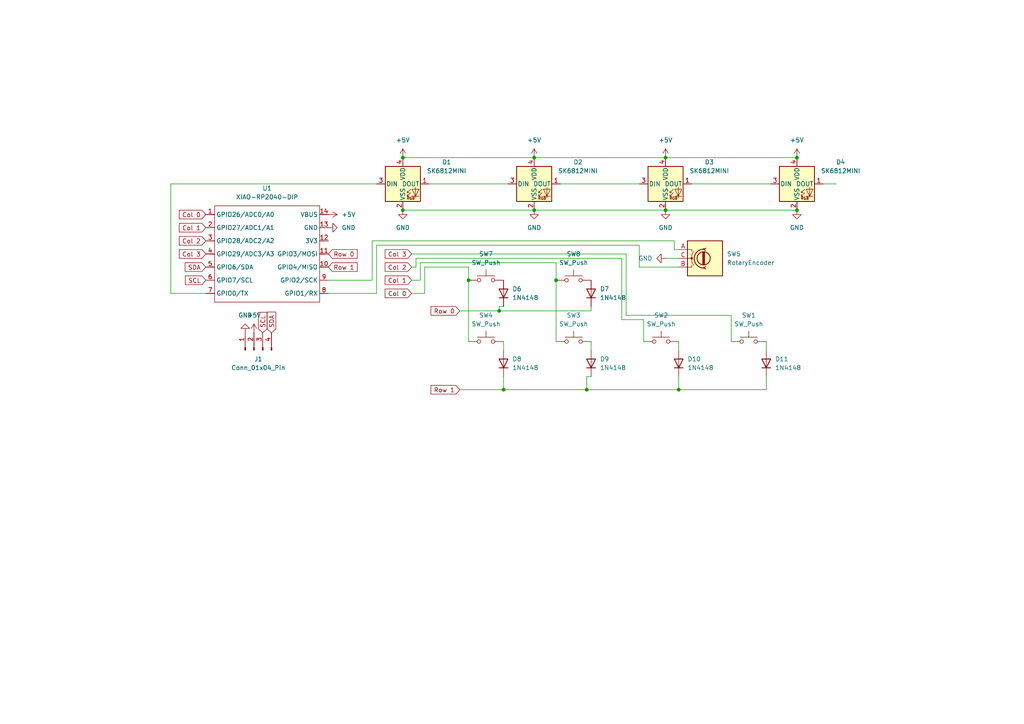
<source format=kicad_sch>
(kicad_sch
	(version 20231120)
	(generator "eeschema")
	(generator_version "8.0")
	(uuid "f949fc96-0424-42f3-b434-a5f17bac3ca6")
	(paper "A4")
	(lib_symbols
		(symbol "Connector:Conn_01x04_Pin"
			(pin_names
				(offset 1.016) hide)
			(exclude_from_sim no)
			(in_bom yes)
			(on_board yes)
			(property "Reference" "J"
				(at 0 5.08 0)
				(effects
					(font
						(size 1.27 1.27)
					)
				)
			)
			(property "Value" "Conn_01x04_Pin"
				(at 0 -7.62 0)
				(effects
					(font
						(size 1.27 1.27)
					)
				)
			)
			(property "Footprint" ""
				(at 0 0 0)
				(effects
					(font
						(size 1.27 1.27)
					)
					(hide yes)
				)
			)
			(property "Datasheet" "~"
				(at 0 0 0)
				(effects
					(font
						(size 1.27 1.27)
					)
					(hide yes)
				)
			)
			(property "Description" "Generic connector, single row, 01x04, script generated"
				(at 0 0 0)
				(effects
					(font
						(size 1.27 1.27)
					)
					(hide yes)
				)
			)
			(property "ki_locked" ""
				(at 0 0 0)
				(effects
					(font
						(size 1.27 1.27)
					)
				)
			)
			(property "ki_keywords" "connector"
				(at 0 0 0)
				(effects
					(font
						(size 1.27 1.27)
					)
					(hide yes)
				)
			)
			(property "ki_fp_filters" "Connector*:*_1x??_*"
				(at 0 0 0)
				(effects
					(font
						(size 1.27 1.27)
					)
					(hide yes)
				)
			)
			(symbol "Conn_01x04_Pin_1_1"
				(polyline
					(pts
						(xy 1.27 -5.08) (xy 0.8636 -5.08)
					)
					(stroke
						(width 0.1524)
						(type default)
					)
					(fill
						(type none)
					)
				)
				(polyline
					(pts
						(xy 1.27 -2.54) (xy 0.8636 -2.54)
					)
					(stroke
						(width 0.1524)
						(type default)
					)
					(fill
						(type none)
					)
				)
				(polyline
					(pts
						(xy 1.27 0) (xy 0.8636 0)
					)
					(stroke
						(width 0.1524)
						(type default)
					)
					(fill
						(type none)
					)
				)
				(polyline
					(pts
						(xy 1.27 2.54) (xy 0.8636 2.54)
					)
					(stroke
						(width 0.1524)
						(type default)
					)
					(fill
						(type none)
					)
				)
				(rectangle
					(start 0.8636 -4.953)
					(end 0 -5.207)
					(stroke
						(width 0.1524)
						(type default)
					)
					(fill
						(type outline)
					)
				)
				(rectangle
					(start 0.8636 -2.413)
					(end 0 -2.667)
					(stroke
						(width 0.1524)
						(type default)
					)
					(fill
						(type outline)
					)
				)
				(rectangle
					(start 0.8636 0.127)
					(end 0 -0.127)
					(stroke
						(width 0.1524)
						(type default)
					)
					(fill
						(type outline)
					)
				)
				(rectangle
					(start 0.8636 2.667)
					(end 0 2.413)
					(stroke
						(width 0.1524)
						(type default)
					)
					(fill
						(type outline)
					)
				)
				(pin passive line
					(at 5.08 2.54 180)
					(length 3.81)
					(name "Pin_1"
						(effects
							(font
								(size 1.27 1.27)
							)
						)
					)
					(number "1"
						(effects
							(font
								(size 1.27 1.27)
							)
						)
					)
				)
				(pin passive line
					(at 5.08 0 180)
					(length 3.81)
					(name "Pin_2"
						(effects
							(font
								(size 1.27 1.27)
							)
						)
					)
					(number "2"
						(effects
							(font
								(size 1.27 1.27)
							)
						)
					)
				)
				(pin passive line
					(at 5.08 -2.54 180)
					(length 3.81)
					(name "Pin_3"
						(effects
							(font
								(size 1.27 1.27)
							)
						)
					)
					(number "3"
						(effects
							(font
								(size 1.27 1.27)
							)
						)
					)
				)
				(pin passive line
					(at 5.08 -5.08 180)
					(length 3.81)
					(name "Pin_4"
						(effects
							(font
								(size 1.27 1.27)
							)
						)
					)
					(number "4"
						(effects
							(font
								(size 1.27 1.27)
							)
						)
					)
				)
			)
		)
		(symbol "Device:RotaryEncoder"
			(pin_names
				(offset 0.254) hide)
			(exclude_from_sim no)
			(in_bom yes)
			(on_board yes)
			(property "Reference" "SW"
				(at 0 6.604 0)
				(effects
					(font
						(size 1.27 1.27)
					)
				)
			)
			(property "Value" "RotaryEncoder"
				(at 0 -6.604 0)
				(effects
					(font
						(size 1.27 1.27)
					)
				)
			)
			(property "Footprint" ""
				(at -3.81 4.064 0)
				(effects
					(font
						(size 1.27 1.27)
					)
					(hide yes)
				)
			)
			(property "Datasheet" "~"
				(at 0 6.604 0)
				(effects
					(font
						(size 1.27 1.27)
					)
					(hide yes)
				)
			)
			(property "Description" "Rotary encoder, dual channel, incremental quadrate outputs"
				(at 0 0 0)
				(effects
					(font
						(size 1.27 1.27)
					)
					(hide yes)
				)
			)
			(property "ki_keywords" "rotary switch encoder"
				(at 0 0 0)
				(effects
					(font
						(size 1.27 1.27)
					)
					(hide yes)
				)
			)
			(property "ki_fp_filters" "RotaryEncoder*"
				(at 0 0 0)
				(effects
					(font
						(size 1.27 1.27)
					)
					(hide yes)
				)
			)
			(symbol "RotaryEncoder_0_1"
				(rectangle
					(start -5.08 5.08)
					(end 5.08 -5.08)
					(stroke
						(width 0.254)
						(type default)
					)
					(fill
						(type background)
					)
				)
				(circle
					(center -3.81 0)
					(radius 0.254)
					(stroke
						(width 0)
						(type default)
					)
					(fill
						(type outline)
					)
				)
				(circle
					(center -0.381 0)
					(radius 1.905)
					(stroke
						(width 0.254)
						(type default)
					)
					(fill
						(type none)
					)
				)
				(arc
					(start -0.381 2.667)
					(mid -3.0988 -0.0635)
					(end -0.381 -2.794)
					(stroke
						(width 0.254)
						(type default)
					)
					(fill
						(type none)
					)
				)
				(polyline
					(pts
						(xy -0.635 -1.778) (xy -0.635 1.778)
					)
					(stroke
						(width 0.254)
						(type default)
					)
					(fill
						(type none)
					)
				)
				(polyline
					(pts
						(xy -0.381 -1.778) (xy -0.381 1.778)
					)
					(stroke
						(width 0.254)
						(type default)
					)
					(fill
						(type none)
					)
				)
				(polyline
					(pts
						(xy -0.127 1.778) (xy -0.127 -1.778)
					)
					(stroke
						(width 0.254)
						(type default)
					)
					(fill
						(type none)
					)
				)
				(polyline
					(pts
						(xy -5.08 -2.54) (xy -3.81 -2.54) (xy -3.81 -2.032)
					)
					(stroke
						(width 0)
						(type default)
					)
					(fill
						(type none)
					)
				)
				(polyline
					(pts
						(xy -5.08 2.54) (xy -3.81 2.54) (xy -3.81 2.032)
					)
					(stroke
						(width 0)
						(type default)
					)
					(fill
						(type none)
					)
				)
				(polyline
					(pts
						(xy 0.254 -3.048) (xy -0.508 -2.794) (xy 0.127 -2.413)
					)
					(stroke
						(width 0.254)
						(type default)
					)
					(fill
						(type none)
					)
				)
				(polyline
					(pts
						(xy 0.254 2.921) (xy -0.508 2.667) (xy 0.127 2.286)
					)
					(stroke
						(width 0.254)
						(type default)
					)
					(fill
						(type none)
					)
				)
				(polyline
					(pts
						(xy -5.08 0) (xy -3.81 0) (xy -3.81 -1.016) (xy -3.302 -2.032)
					)
					(stroke
						(width 0)
						(type default)
					)
					(fill
						(type none)
					)
				)
				(polyline
					(pts
						(xy -4.318 0) (xy -3.81 0) (xy -3.81 1.016) (xy -3.302 2.032)
					)
					(stroke
						(width 0)
						(type default)
					)
					(fill
						(type none)
					)
				)
			)
			(symbol "RotaryEncoder_1_1"
				(pin passive line
					(at -7.62 2.54 0)
					(length 2.54)
					(name "A"
						(effects
							(font
								(size 1.27 1.27)
							)
						)
					)
					(number "A"
						(effects
							(font
								(size 1.27 1.27)
							)
						)
					)
				)
				(pin passive line
					(at -7.62 -2.54 0)
					(length 2.54)
					(name "B"
						(effects
							(font
								(size 1.27 1.27)
							)
						)
					)
					(number "B"
						(effects
							(font
								(size 1.27 1.27)
							)
						)
					)
				)
				(pin passive line
					(at -7.62 0 0)
					(length 2.54)
					(name "C"
						(effects
							(font
								(size 1.27 1.27)
							)
						)
					)
					(number "C"
						(effects
							(font
								(size 1.27 1.27)
							)
						)
					)
				)
			)
		)
		(symbol "Diode:1N4148"
			(pin_numbers hide)
			(pin_names hide)
			(exclude_from_sim no)
			(in_bom yes)
			(on_board yes)
			(property "Reference" "D"
				(at 0 2.54 0)
				(effects
					(font
						(size 1.27 1.27)
					)
				)
			)
			(property "Value" "1N4148"
				(at 0 -2.54 0)
				(effects
					(font
						(size 1.27 1.27)
					)
				)
			)
			(property "Footprint" "Diode_THT:D_DO-35_SOD27_P7.62mm_Horizontal"
				(at 0 0 0)
				(effects
					(font
						(size 1.27 1.27)
					)
					(hide yes)
				)
			)
			(property "Datasheet" "https://assets.nexperia.com/documents/data-sheet/1N4148_1N4448.pdf"
				(at 0 0 0)
				(effects
					(font
						(size 1.27 1.27)
					)
					(hide yes)
				)
			)
			(property "Description" "100V 0.15A standard switching diode, DO-35"
				(at 0 0 0)
				(effects
					(font
						(size 1.27 1.27)
					)
					(hide yes)
				)
			)
			(property "Sim.Device" "D"
				(at 0 0 0)
				(effects
					(font
						(size 1.27 1.27)
					)
					(hide yes)
				)
			)
			(property "Sim.Pins" "1=K 2=A"
				(at 0 0 0)
				(effects
					(font
						(size 1.27 1.27)
					)
					(hide yes)
				)
			)
			(property "ki_keywords" "diode"
				(at 0 0 0)
				(effects
					(font
						(size 1.27 1.27)
					)
					(hide yes)
				)
			)
			(property "ki_fp_filters" "D*DO?35*"
				(at 0 0 0)
				(effects
					(font
						(size 1.27 1.27)
					)
					(hide yes)
				)
			)
			(symbol "1N4148_0_1"
				(polyline
					(pts
						(xy -1.27 1.27) (xy -1.27 -1.27)
					)
					(stroke
						(width 0.254)
						(type default)
					)
					(fill
						(type none)
					)
				)
				(polyline
					(pts
						(xy 1.27 0) (xy -1.27 0)
					)
					(stroke
						(width 0)
						(type default)
					)
					(fill
						(type none)
					)
				)
				(polyline
					(pts
						(xy 1.27 1.27) (xy 1.27 -1.27) (xy -1.27 0) (xy 1.27 1.27)
					)
					(stroke
						(width 0.254)
						(type default)
					)
					(fill
						(type none)
					)
				)
			)
			(symbol "1N4148_1_1"
				(pin passive line
					(at -3.81 0 0)
					(length 2.54)
					(name "K"
						(effects
							(font
								(size 1.27 1.27)
							)
						)
					)
					(number "1"
						(effects
							(font
								(size 1.27 1.27)
							)
						)
					)
				)
				(pin passive line
					(at 3.81 0 180)
					(length 2.54)
					(name "A"
						(effects
							(font
								(size 1.27 1.27)
							)
						)
					)
					(number "2"
						(effects
							(font
								(size 1.27 1.27)
							)
						)
					)
				)
			)
		)
		(symbol "LED:SK6812MINI"
			(pin_names
				(offset 0.254)
			)
			(exclude_from_sim no)
			(in_bom yes)
			(on_board yes)
			(property "Reference" "D"
				(at 5.08 5.715 0)
				(effects
					(font
						(size 1.27 1.27)
					)
					(justify right bottom)
				)
			)
			(property "Value" "SK6812MINI"
				(at 1.27 -5.715 0)
				(effects
					(font
						(size 1.27 1.27)
					)
					(justify left top)
				)
			)
			(property "Footprint" "LED_SMD:LED_SK6812MINI_PLCC4_3.5x3.5mm_P1.75mm"
				(at 1.27 -7.62 0)
				(effects
					(font
						(size 1.27 1.27)
					)
					(justify left top)
					(hide yes)
				)
			)
			(property "Datasheet" "https://cdn-shop.adafruit.com/product-files/2686/SK6812MINI_REV.01-1-2.pdf"
				(at 2.54 -9.525 0)
				(effects
					(font
						(size 1.27 1.27)
					)
					(justify left top)
					(hide yes)
				)
			)
			(property "Description" "RGB LED with integrated controller"
				(at 0 0 0)
				(effects
					(font
						(size 1.27 1.27)
					)
					(hide yes)
				)
			)
			(property "ki_keywords" "RGB LED NeoPixel Mini addressable"
				(at 0 0 0)
				(effects
					(font
						(size 1.27 1.27)
					)
					(hide yes)
				)
			)
			(property "ki_fp_filters" "LED*SK6812MINI*PLCC*3.5x3.5mm*P1.75mm*"
				(at 0 0 0)
				(effects
					(font
						(size 1.27 1.27)
					)
					(hide yes)
				)
			)
			(symbol "SK6812MINI_0_0"
				(text "RGB"
					(at 2.286 -4.191 0)
					(effects
						(font
							(size 0.762 0.762)
						)
					)
				)
			)
			(symbol "SK6812MINI_0_1"
				(polyline
					(pts
						(xy 1.27 -3.556) (xy 1.778 -3.556)
					)
					(stroke
						(width 0)
						(type default)
					)
					(fill
						(type none)
					)
				)
				(polyline
					(pts
						(xy 1.27 -2.54) (xy 1.778 -2.54)
					)
					(stroke
						(width 0)
						(type default)
					)
					(fill
						(type none)
					)
				)
				(polyline
					(pts
						(xy 4.699 -3.556) (xy 2.667 -3.556)
					)
					(stroke
						(width 0)
						(type default)
					)
					(fill
						(type none)
					)
				)
				(polyline
					(pts
						(xy 2.286 -2.54) (xy 1.27 -3.556) (xy 1.27 -3.048)
					)
					(stroke
						(width 0)
						(type default)
					)
					(fill
						(type none)
					)
				)
				(polyline
					(pts
						(xy 2.286 -1.524) (xy 1.27 -2.54) (xy 1.27 -2.032)
					)
					(stroke
						(width 0)
						(type default)
					)
					(fill
						(type none)
					)
				)
				(polyline
					(pts
						(xy 3.683 -1.016) (xy 3.683 -3.556) (xy 3.683 -4.064)
					)
					(stroke
						(width 0)
						(type default)
					)
					(fill
						(type none)
					)
				)
				(polyline
					(pts
						(xy 4.699 -1.524) (xy 2.667 -1.524) (xy 3.683 -3.556) (xy 4.699 -1.524)
					)
					(stroke
						(width 0)
						(type default)
					)
					(fill
						(type none)
					)
				)
				(rectangle
					(start 5.08 5.08)
					(end -5.08 -5.08)
					(stroke
						(width 0.254)
						(type default)
					)
					(fill
						(type background)
					)
				)
			)
			(symbol "SK6812MINI_1_1"
				(pin output line
					(at 7.62 0 180)
					(length 2.54)
					(name "DOUT"
						(effects
							(font
								(size 1.27 1.27)
							)
						)
					)
					(number "1"
						(effects
							(font
								(size 1.27 1.27)
							)
						)
					)
				)
				(pin power_in line
					(at 0 -7.62 90)
					(length 2.54)
					(name "VSS"
						(effects
							(font
								(size 1.27 1.27)
							)
						)
					)
					(number "2"
						(effects
							(font
								(size 1.27 1.27)
							)
						)
					)
				)
				(pin input line
					(at -7.62 0 0)
					(length 2.54)
					(name "DIN"
						(effects
							(font
								(size 1.27 1.27)
							)
						)
					)
					(number "3"
						(effects
							(font
								(size 1.27 1.27)
							)
						)
					)
				)
				(pin power_in line
					(at 0 7.62 270)
					(length 2.54)
					(name "VDD"
						(effects
							(font
								(size 1.27 1.27)
							)
						)
					)
					(number "4"
						(effects
							(font
								(size 1.27 1.27)
							)
						)
					)
				)
			)
		)
		(symbol "OPL:XIAO-RP2040-DIP"
			(exclude_from_sim no)
			(in_bom yes)
			(on_board yes)
			(property "Reference" "U"
				(at 0 0 0)
				(effects
					(font
						(size 1.27 1.27)
					)
				)
			)
			(property "Value" "XIAO-RP2040-DIP"
				(at 5.334 -1.778 0)
				(effects
					(font
						(size 1.27 1.27)
					)
				)
			)
			(property "Footprint" "Module:MOUDLE14P-XIAO-DIP-SMD"
				(at 14.478 -32.258 0)
				(effects
					(font
						(size 1.27 1.27)
					)
					(hide yes)
				)
			)
			(property "Datasheet" ""
				(at 0 0 0)
				(effects
					(font
						(size 1.27 1.27)
					)
					(hide yes)
				)
			)
			(property "Description" ""
				(at 0 0 0)
				(effects
					(font
						(size 1.27 1.27)
					)
					(hide yes)
				)
			)
			(symbol "XIAO-RP2040-DIP_1_0"
				(polyline
					(pts
						(xy -1.27 -30.48) (xy -1.27 -16.51)
					)
					(stroke
						(width 0.1524)
						(type solid)
					)
					(fill
						(type none)
					)
				)
				(polyline
					(pts
						(xy -1.27 -27.94) (xy -2.54 -27.94)
					)
					(stroke
						(width 0.1524)
						(type solid)
					)
					(fill
						(type none)
					)
				)
				(polyline
					(pts
						(xy -1.27 -24.13) (xy -2.54 -24.13)
					)
					(stroke
						(width 0.1524)
						(type solid)
					)
					(fill
						(type none)
					)
				)
				(polyline
					(pts
						(xy -1.27 -20.32) (xy -2.54 -20.32)
					)
					(stroke
						(width 0.1524)
						(type solid)
					)
					(fill
						(type none)
					)
				)
				(polyline
					(pts
						(xy -1.27 -16.51) (xy -2.54 -16.51)
					)
					(stroke
						(width 0.1524)
						(type solid)
					)
					(fill
						(type none)
					)
				)
				(polyline
					(pts
						(xy -1.27 -16.51) (xy -1.27 -12.7)
					)
					(stroke
						(width 0.1524)
						(type solid)
					)
					(fill
						(type none)
					)
				)
				(polyline
					(pts
						(xy -1.27 -12.7) (xy -2.54 -12.7)
					)
					(stroke
						(width 0.1524)
						(type solid)
					)
					(fill
						(type none)
					)
				)
				(polyline
					(pts
						(xy -1.27 -12.7) (xy -1.27 -8.89)
					)
					(stroke
						(width 0.1524)
						(type solid)
					)
					(fill
						(type none)
					)
				)
				(polyline
					(pts
						(xy -1.27 -8.89) (xy -2.54 -8.89)
					)
					(stroke
						(width 0.1524)
						(type solid)
					)
					(fill
						(type none)
					)
				)
				(polyline
					(pts
						(xy -1.27 -8.89) (xy -1.27 -5.08)
					)
					(stroke
						(width 0.1524)
						(type solid)
					)
					(fill
						(type none)
					)
				)
				(polyline
					(pts
						(xy -1.27 -5.08) (xy -2.54 -5.08)
					)
					(stroke
						(width 0.1524)
						(type solid)
					)
					(fill
						(type none)
					)
				)
				(polyline
					(pts
						(xy -1.27 -5.08) (xy -1.27 -2.54)
					)
					(stroke
						(width 0.1524)
						(type solid)
					)
					(fill
						(type none)
					)
				)
				(polyline
					(pts
						(xy -1.27 -2.54) (xy 29.21 -2.54)
					)
					(stroke
						(width 0.1524)
						(type solid)
					)
					(fill
						(type none)
					)
				)
				(polyline
					(pts
						(xy 29.21 -30.48) (xy -1.27 -30.48)
					)
					(stroke
						(width 0.1524)
						(type solid)
					)
					(fill
						(type none)
					)
				)
				(polyline
					(pts
						(xy 29.21 -12.7) (xy 29.21 -30.48)
					)
					(stroke
						(width 0.1524)
						(type solid)
					)
					(fill
						(type none)
					)
				)
				(polyline
					(pts
						(xy 29.21 -8.89) (xy 29.21 -12.7)
					)
					(stroke
						(width 0.1524)
						(type solid)
					)
					(fill
						(type none)
					)
				)
				(polyline
					(pts
						(xy 29.21 -5.08) (xy 29.21 -8.89)
					)
					(stroke
						(width 0.1524)
						(type solid)
					)
					(fill
						(type none)
					)
				)
				(polyline
					(pts
						(xy 29.21 -2.54) (xy 29.21 -5.08)
					)
					(stroke
						(width 0.1524)
						(type solid)
					)
					(fill
						(type none)
					)
				)
				(polyline
					(pts
						(xy 30.48 -27.94) (xy 29.21 -27.94)
					)
					(stroke
						(width 0.1524)
						(type solid)
					)
					(fill
						(type none)
					)
				)
				(polyline
					(pts
						(xy 30.48 -24.13) (xy 29.21 -24.13)
					)
					(stroke
						(width 0.1524)
						(type solid)
					)
					(fill
						(type none)
					)
				)
				(polyline
					(pts
						(xy 30.48 -20.32) (xy 29.21 -20.32)
					)
					(stroke
						(width 0.1524)
						(type solid)
					)
					(fill
						(type none)
					)
				)
				(polyline
					(pts
						(xy 30.48 -16.51) (xy 29.21 -16.51)
					)
					(stroke
						(width 0.1524)
						(type solid)
					)
					(fill
						(type none)
					)
				)
				(polyline
					(pts
						(xy 30.48 -12.7) (xy 29.21 -12.7)
					)
					(stroke
						(width 0.1524)
						(type solid)
					)
					(fill
						(type none)
					)
				)
				(polyline
					(pts
						(xy 30.48 -8.89) (xy 29.21 -8.89)
					)
					(stroke
						(width 0.1524)
						(type solid)
					)
					(fill
						(type none)
					)
				)
				(polyline
					(pts
						(xy 30.48 -5.08) (xy 29.21 -5.08)
					)
					(stroke
						(width 0.1524)
						(type solid)
					)
					(fill
						(type none)
					)
				)
				(pin passive line
					(at -3.81 -5.08 0)
					(length 2.54)
					(name "GPIO26/ADC0/A0"
						(effects
							(font
								(size 1.27 1.27)
							)
						)
					)
					(number "1"
						(effects
							(font
								(size 1.27 1.27)
							)
						)
					)
				)
				(pin passive line
					(at 31.75 -20.32 180)
					(length 2.54)
					(name "GPIO4/MISO"
						(effects
							(font
								(size 1.27 1.27)
							)
						)
					)
					(number "10"
						(effects
							(font
								(size 1.27 1.27)
							)
						)
					)
				)
				(pin passive line
					(at 31.75 -16.51 180)
					(length 2.54)
					(name "GPIO3/MOSI"
						(effects
							(font
								(size 1.27 1.27)
							)
						)
					)
					(number "11"
						(effects
							(font
								(size 1.27 1.27)
							)
						)
					)
				)
				(pin passive line
					(at 31.75 -12.7 180)
					(length 2.54)
					(name "3V3"
						(effects
							(font
								(size 1.27 1.27)
							)
						)
					)
					(number "12"
						(effects
							(font
								(size 1.27 1.27)
							)
						)
					)
				)
				(pin passive line
					(at 31.75 -8.89 180)
					(length 2.54)
					(name "GND"
						(effects
							(font
								(size 1.27 1.27)
							)
						)
					)
					(number "13"
						(effects
							(font
								(size 1.27 1.27)
							)
						)
					)
				)
				(pin passive line
					(at 31.75 -5.08 180)
					(length 2.54)
					(name "VBUS"
						(effects
							(font
								(size 1.27 1.27)
							)
						)
					)
					(number "14"
						(effects
							(font
								(size 1.27 1.27)
							)
						)
					)
				)
				(pin passive line
					(at -3.81 -8.89 0)
					(length 2.54)
					(name "GPIO27/ADC1/A1"
						(effects
							(font
								(size 1.27 1.27)
							)
						)
					)
					(number "2"
						(effects
							(font
								(size 1.27 1.27)
							)
						)
					)
				)
				(pin passive line
					(at -3.81 -12.7 0)
					(length 2.54)
					(name "GPIO28/ADC2/A2"
						(effects
							(font
								(size 1.27 1.27)
							)
						)
					)
					(number "3"
						(effects
							(font
								(size 1.27 1.27)
							)
						)
					)
				)
				(pin passive line
					(at -3.81 -16.51 0)
					(length 2.54)
					(name "GPIO29/ADC3/A3"
						(effects
							(font
								(size 1.27 1.27)
							)
						)
					)
					(number "4"
						(effects
							(font
								(size 1.27 1.27)
							)
						)
					)
				)
				(pin passive line
					(at -3.81 -20.32 0)
					(length 2.54)
					(name "GPIO6/SDA"
						(effects
							(font
								(size 1.27 1.27)
							)
						)
					)
					(number "5"
						(effects
							(font
								(size 1.27 1.27)
							)
						)
					)
				)
				(pin passive line
					(at -3.81 -24.13 0)
					(length 2.54)
					(name "GPIO7/SCL"
						(effects
							(font
								(size 1.27 1.27)
							)
						)
					)
					(number "6"
						(effects
							(font
								(size 1.27 1.27)
							)
						)
					)
				)
				(pin passive line
					(at -3.81 -27.94 0)
					(length 2.54)
					(name "GPIO0/TX"
						(effects
							(font
								(size 1.27 1.27)
							)
						)
					)
					(number "7"
						(effects
							(font
								(size 1.27 1.27)
							)
						)
					)
				)
				(pin passive line
					(at 31.75 -27.94 180)
					(length 2.54)
					(name "GPIO1/RX"
						(effects
							(font
								(size 1.27 1.27)
							)
						)
					)
					(number "8"
						(effects
							(font
								(size 1.27 1.27)
							)
						)
					)
				)
				(pin passive line
					(at 31.75 -24.13 180)
					(length 2.54)
					(name "GPIO2/SCK"
						(effects
							(font
								(size 1.27 1.27)
							)
						)
					)
					(number "9"
						(effects
							(font
								(size 1.27 1.27)
							)
						)
					)
				)
			)
		)
		(symbol "Switch:SW_Push"
			(pin_numbers hide)
			(pin_names
				(offset 1.016) hide)
			(exclude_from_sim no)
			(in_bom yes)
			(on_board yes)
			(property "Reference" "SW"
				(at 1.27 2.54 0)
				(effects
					(font
						(size 1.27 1.27)
					)
					(justify left)
				)
			)
			(property "Value" "SW_Push"
				(at 0 -1.524 0)
				(effects
					(font
						(size 1.27 1.27)
					)
				)
			)
			(property "Footprint" ""
				(at 0 5.08 0)
				(effects
					(font
						(size 1.27 1.27)
					)
					(hide yes)
				)
			)
			(property "Datasheet" "~"
				(at 0 5.08 0)
				(effects
					(font
						(size 1.27 1.27)
					)
					(hide yes)
				)
			)
			(property "Description" "Push button switch, generic, two pins"
				(at 0 0 0)
				(effects
					(font
						(size 1.27 1.27)
					)
					(hide yes)
				)
			)
			(property "ki_keywords" "switch normally-open pushbutton push-button"
				(at 0 0 0)
				(effects
					(font
						(size 1.27 1.27)
					)
					(hide yes)
				)
			)
			(symbol "SW_Push_0_1"
				(circle
					(center -2.032 0)
					(radius 0.508)
					(stroke
						(width 0)
						(type default)
					)
					(fill
						(type none)
					)
				)
				(polyline
					(pts
						(xy 0 1.27) (xy 0 3.048)
					)
					(stroke
						(width 0)
						(type default)
					)
					(fill
						(type none)
					)
				)
				(polyline
					(pts
						(xy 2.54 1.27) (xy -2.54 1.27)
					)
					(stroke
						(width 0)
						(type default)
					)
					(fill
						(type none)
					)
				)
				(circle
					(center 2.032 0)
					(radius 0.508)
					(stroke
						(width 0)
						(type default)
					)
					(fill
						(type none)
					)
				)
				(pin passive line
					(at -5.08 0 0)
					(length 2.54)
					(name "1"
						(effects
							(font
								(size 1.27 1.27)
							)
						)
					)
					(number "1"
						(effects
							(font
								(size 1.27 1.27)
							)
						)
					)
				)
				(pin passive line
					(at 5.08 0 180)
					(length 2.54)
					(name "2"
						(effects
							(font
								(size 1.27 1.27)
							)
						)
					)
					(number "2"
						(effects
							(font
								(size 1.27 1.27)
							)
						)
					)
				)
			)
		)
		(symbol "power:+5V"
			(power)
			(pin_numbers hide)
			(pin_names
				(offset 0) hide)
			(exclude_from_sim no)
			(in_bom yes)
			(on_board yes)
			(property "Reference" "#PWR"
				(at 0 -3.81 0)
				(effects
					(font
						(size 1.27 1.27)
					)
					(hide yes)
				)
			)
			(property "Value" "+5V"
				(at 0 3.556 0)
				(effects
					(font
						(size 1.27 1.27)
					)
				)
			)
			(property "Footprint" ""
				(at 0 0 0)
				(effects
					(font
						(size 1.27 1.27)
					)
					(hide yes)
				)
			)
			(property "Datasheet" ""
				(at 0 0 0)
				(effects
					(font
						(size 1.27 1.27)
					)
					(hide yes)
				)
			)
			(property "Description" "Power symbol creates a global label with name \"+5V\""
				(at 0 0 0)
				(effects
					(font
						(size 1.27 1.27)
					)
					(hide yes)
				)
			)
			(property "ki_keywords" "global power"
				(at 0 0 0)
				(effects
					(font
						(size 1.27 1.27)
					)
					(hide yes)
				)
			)
			(symbol "+5V_0_1"
				(polyline
					(pts
						(xy -0.762 1.27) (xy 0 2.54)
					)
					(stroke
						(width 0)
						(type default)
					)
					(fill
						(type none)
					)
				)
				(polyline
					(pts
						(xy 0 0) (xy 0 2.54)
					)
					(stroke
						(width 0)
						(type default)
					)
					(fill
						(type none)
					)
				)
				(polyline
					(pts
						(xy 0 2.54) (xy 0.762 1.27)
					)
					(stroke
						(width 0)
						(type default)
					)
					(fill
						(type none)
					)
				)
			)
			(symbol "+5V_1_1"
				(pin power_in line
					(at 0 0 90)
					(length 0)
					(name "~"
						(effects
							(font
								(size 1.27 1.27)
							)
						)
					)
					(number "1"
						(effects
							(font
								(size 1.27 1.27)
							)
						)
					)
				)
			)
		)
		(symbol "power:GND"
			(power)
			(pin_numbers hide)
			(pin_names
				(offset 0) hide)
			(exclude_from_sim no)
			(in_bom yes)
			(on_board yes)
			(property "Reference" "#PWR"
				(at 0 -6.35 0)
				(effects
					(font
						(size 1.27 1.27)
					)
					(hide yes)
				)
			)
			(property "Value" "GND"
				(at 0 -3.81 0)
				(effects
					(font
						(size 1.27 1.27)
					)
				)
			)
			(property "Footprint" ""
				(at 0 0 0)
				(effects
					(font
						(size 1.27 1.27)
					)
					(hide yes)
				)
			)
			(property "Datasheet" ""
				(at 0 0 0)
				(effects
					(font
						(size 1.27 1.27)
					)
					(hide yes)
				)
			)
			(property "Description" "Power symbol creates a global label with name \"GND\" , ground"
				(at 0 0 0)
				(effects
					(font
						(size 1.27 1.27)
					)
					(hide yes)
				)
			)
			(property "ki_keywords" "global power"
				(at 0 0 0)
				(effects
					(font
						(size 1.27 1.27)
					)
					(hide yes)
				)
			)
			(symbol "GND_0_1"
				(polyline
					(pts
						(xy 0 0) (xy 0 -1.27) (xy 1.27 -1.27) (xy 0 -2.54) (xy -1.27 -1.27) (xy 0 -1.27)
					)
					(stroke
						(width 0)
						(type default)
					)
					(fill
						(type none)
					)
				)
			)
			(symbol "GND_1_1"
				(pin power_in line
					(at 0 0 270)
					(length 0)
					(name "~"
						(effects
							(font
								(size 1.27 1.27)
							)
						)
					)
					(number "1"
						(effects
							(font
								(size 1.27 1.27)
							)
						)
					)
				)
			)
		)
	)
	(junction
		(at 193.04 45.72)
		(diameter 0)
		(color 0 0 0 0)
		(uuid "0b29ea2f-a1b0-4697-a3fe-82c499e22e87")
	)
	(junction
		(at 154.94 60.96)
		(diameter 0)
		(color 0 0 0 0)
		(uuid "1a34adf1-21b9-4598-a758-40674f838c0d")
	)
	(junction
		(at 144.78 90.17)
		(diameter 0)
		(color 0 0 0 0)
		(uuid "1ad13fb1-daef-4f57-95b3-52a31cd6cadb")
	)
	(junction
		(at 161.29 81.28)
		(diameter 0)
		(color 0 0 0 0)
		(uuid "4996eace-64f3-4f7c-803f-3ff137a2669d")
	)
	(junction
		(at 146.05 113.03)
		(diameter 0)
		(color 0 0 0 0)
		(uuid "55716c66-32c9-49b0-b115-22855694d309")
	)
	(junction
		(at 116.84 60.96)
		(diameter 0)
		(color 0 0 0 0)
		(uuid "69972dca-c046-4007-ada5-366eb22f8cd6")
	)
	(junction
		(at 170.18 113.03)
		(diameter 0)
		(color 0 0 0 0)
		(uuid "930c6d35-9acb-4f59-8421-16bcb9b8ea9d")
	)
	(junction
		(at 231.14 45.72)
		(diameter 0)
		(color 0 0 0 0)
		(uuid "973ea9f2-1b0f-4a76-a198-0a9965203e47")
	)
	(junction
		(at 196.85 113.03)
		(diameter 0)
		(color 0 0 0 0)
		(uuid "b4f4facb-a72f-42c7-a83c-e44be1b18b0a")
	)
	(junction
		(at 154.94 45.72)
		(diameter 0)
		(color 0 0 0 0)
		(uuid "c0330072-e8b7-4567-b179-5af9d01fc1c8")
	)
	(junction
		(at 135.89 81.28)
		(diameter 0)
		(color 0 0 0 0)
		(uuid "cb55d8c5-d9a9-49a0-9fda-36edb693f229")
	)
	(junction
		(at 116.84 45.72)
		(diameter 0)
		(color 0 0 0 0)
		(uuid "ed4d239e-463c-49e2-90d4-dda595f85623")
	)
	(junction
		(at 193.04 60.96)
		(diameter 0)
		(color 0 0 0 0)
		(uuid "f052ddfb-ccfd-4cb5-b3fd-61dea333ef98")
	)
	(junction
		(at 231.14 60.96)
		(diameter 0)
		(color 0 0 0 0)
		(uuid "f12b8baa-a5d1-4861-ac22-fdb4e38a7c26")
	)
	(wire
		(pts
			(xy 222.25 113.03) (xy 196.85 113.03)
		)
		(stroke
			(width 0)
			(type default)
		)
		(uuid "05d4bf29-f712-4dc1-a2eb-9cdd6ad92fce")
	)
	(wire
		(pts
			(xy 193.04 45.72) (xy 231.14 45.72)
		)
		(stroke
			(width 0)
			(type default)
		)
		(uuid "0644e442-907c-4517-a6be-7276aad0eac2")
	)
	(wire
		(pts
			(xy 196.85 77.47) (xy 185.42 77.47)
		)
		(stroke
			(width 0)
			(type default)
		)
		(uuid "0826bc22-11cc-4b8c-b74c-bee4d3138638")
	)
	(wire
		(pts
			(xy 116.84 45.72) (xy 154.94 45.72)
		)
		(stroke
			(width 0)
			(type default)
		)
		(uuid "0af283e1-122e-41a2-98ba-2977ca17c89c")
	)
	(wire
		(pts
			(xy 171.45 88.9) (xy 171.45 90.17)
		)
		(stroke
			(width 0)
			(type default)
		)
		(uuid "0e6d1a86-c543-4502-bd97-b521a69575a5")
	)
	(wire
		(pts
			(xy 120.65 74.93) (xy 180.34 74.93)
		)
		(stroke
			(width 0)
			(type default)
		)
		(uuid "226b01b9-b376-4acf-8efd-3f0065272e3a")
	)
	(wire
		(pts
			(xy 171.45 99.06) (xy 171.45 101.6)
		)
		(stroke
			(width 0)
			(type default)
		)
		(uuid "25a8ef9c-b1c7-4915-919c-10452b2f2048")
	)
	(wire
		(pts
			(xy 170.18 109.22) (xy 171.45 109.22)
		)
		(stroke
			(width 0)
			(type default)
		)
		(uuid "301b8e44-88ff-4670-9cf1-445f4a77db23")
	)
	(wire
		(pts
			(xy 135.89 77.47) (xy 135.89 81.28)
		)
		(stroke
			(width 0)
			(type default)
		)
		(uuid "32cfc096-fc51-4112-9cc3-e380dab79b99")
	)
	(wire
		(pts
			(xy 180.34 92.71) (xy 186.69 92.71)
		)
		(stroke
			(width 0)
			(type default)
		)
		(uuid "36fa7714-6022-42f5-bba9-f76fe91ce55e")
	)
	(wire
		(pts
			(xy 154.94 60.96) (xy 193.04 60.96)
		)
		(stroke
			(width 0)
			(type default)
		)
		(uuid "38874027-a9a0-4790-bb80-636e85d1c6fe")
	)
	(wire
		(pts
			(xy 123.19 77.47) (xy 123.19 85.09)
		)
		(stroke
			(width 0)
			(type default)
		)
		(uuid "3a2188bd-c0d2-4850-913e-87d8c2ff0986")
	)
	(wire
		(pts
			(xy 181.61 73.66) (xy 181.61 91.44)
		)
		(stroke
			(width 0)
			(type default)
		)
		(uuid "3d12f4ad-ce3f-40f5-93f5-0749fa539aaa")
	)
	(wire
		(pts
			(xy 123.19 77.47) (xy 135.89 77.47)
		)
		(stroke
			(width 0)
			(type default)
		)
		(uuid "41e16352-0b68-4f0c-9f69-f2a8565c7dd3")
	)
	(wire
		(pts
			(xy 185.42 71.12) (xy 109.22 71.12)
		)
		(stroke
			(width 0)
			(type default)
		)
		(uuid "47739801-0544-4ea5-821f-db2d1e938c80")
	)
	(wire
		(pts
			(xy 193.04 60.96) (xy 231.14 60.96)
		)
		(stroke
			(width 0)
			(type default)
		)
		(uuid "4f88dc57-4171-4b8a-9ec9-1d6329ad84cb")
	)
	(wire
		(pts
			(xy 133.35 90.17) (xy 144.78 90.17)
		)
		(stroke
			(width 0)
			(type default)
		)
		(uuid "4fca1dc8-7563-4592-8d17-29deab9e7242")
	)
	(wire
		(pts
			(xy 116.84 60.96) (xy 154.94 60.96)
		)
		(stroke
			(width 0)
			(type default)
		)
		(uuid "506ed7f9-d6d3-48c8-924c-fd07e450e5ec")
	)
	(wire
		(pts
			(xy 161.29 81.28) (xy 161.29 99.06)
		)
		(stroke
			(width 0)
			(type default)
		)
		(uuid "58fa750a-2d85-4a72-9ce1-fcf467934e13")
	)
	(wire
		(pts
			(xy 196.85 72.39) (xy 195.58 72.39)
		)
		(stroke
			(width 0)
			(type default)
		)
		(uuid "618a6820-7814-4f21-93bb-7340e2ce9d4c")
	)
	(wire
		(pts
			(xy 119.38 85.09) (xy 123.19 85.09)
		)
		(stroke
			(width 0)
			(type default)
		)
		(uuid "6ad1105d-8434-4dd8-8c41-10952d74e20b")
	)
	(wire
		(pts
			(xy 49.53 53.34) (xy 109.22 53.34)
		)
		(stroke
			(width 0)
			(type default)
		)
		(uuid "76b14f36-b86a-4c95-86ba-dd3817afdf89")
	)
	(wire
		(pts
			(xy 222.25 99.06) (xy 222.25 101.6)
		)
		(stroke
			(width 0)
			(type default)
		)
		(uuid "7714783f-226a-4bf6-b75e-3211f2cad52f")
	)
	(wire
		(pts
			(xy 181.61 91.44) (xy 212.09 91.44)
		)
		(stroke
			(width 0)
			(type default)
		)
		(uuid "7a0f16bf-a602-4a10-b1f9-f8e36c0ae208")
	)
	(wire
		(pts
			(xy 196.85 99.06) (xy 196.85 101.6)
		)
		(stroke
			(width 0)
			(type default)
		)
		(uuid "7aa2136d-90be-404d-8f33-e62c48f64bb0")
	)
	(wire
		(pts
			(xy 154.94 45.72) (xy 193.04 45.72)
		)
		(stroke
			(width 0)
			(type default)
		)
		(uuid "8bb43da4-5a80-4265-a517-46e23c3e00e9")
	)
	(wire
		(pts
			(xy 171.45 90.17) (xy 144.78 90.17)
		)
		(stroke
			(width 0)
			(type default)
		)
		(uuid "8ccf944d-f360-48b6-adfb-76a0b53e0120")
	)
	(wire
		(pts
			(xy 109.22 85.09) (xy 95.25 85.09)
		)
		(stroke
			(width 0)
			(type default)
		)
		(uuid "9742fc4b-a7af-40fd-9a5c-077286d0a2d4")
	)
	(wire
		(pts
			(xy 196.85 109.22) (xy 196.85 113.03)
		)
		(stroke
			(width 0)
			(type default)
		)
		(uuid "9801c1d6-c907-4275-8f22-95c6b9c3fc20")
	)
	(wire
		(pts
			(xy 185.42 77.47) (xy 185.42 71.12)
		)
		(stroke
			(width 0)
			(type default)
		)
		(uuid "994ece53-f69a-4fa7-a066-9582402e545b")
	)
	(wire
		(pts
			(xy 121.92 76.2) (xy 161.29 76.2)
		)
		(stroke
			(width 0)
			(type default)
		)
		(uuid "9df281ef-5857-435e-b74f-a69a6d12ba13")
	)
	(wire
		(pts
			(xy 120.65 74.93) (xy 120.65 77.47)
		)
		(stroke
			(width 0)
			(type default)
		)
		(uuid "9e505ae0-5d11-4e64-a9a3-2842036548f4")
	)
	(wire
		(pts
			(xy 170.18 109.22) (xy 170.18 113.03)
		)
		(stroke
			(width 0)
			(type default)
		)
		(uuid "9f4e3a49-77aa-48c2-ae07-ebc63d55dc4c")
	)
	(wire
		(pts
			(xy 107.95 81.28) (xy 95.25 81.28)
		)
		(stroke
			(width 0)
			(type default)
		)
		(uuid "a0ce60f7-bca8-42af-b518-c31e78ff34d5")
	)
	(wire
		(pts
			(xy 49.53 53.34) (xy 49.53 85.09)
		)
		(stroke
			(width 0)
			(type default)
		)
		(uuid "a19923f0-f70e-4d02-a105-f679970a1b4d")
	)
	(wire
		(pts
			(xy 161.29 76.2) (xy 161.29 81.28)
		)
		(stroke
			(width 0)
			(type default)
		)
		(uuid "a290fb46-e5cf-4fe3-a341-770d370f9991")
	)
	(wire
		(pts
			(xy 120.65 77.47) (xy 119.38 77.47)
		)
		(stroke
			(width 0)
			(type default)
		)
		(uuid "a3f7faee-ecd3-4249-a561-1111af5929bc")
	)
	(wire
		(pts
			(xy 146.05 99.06) (xy 146.05 101.6)
		)
		(stroke
			(width 0)
			(type default)
		)
		(uuid "a726b31c-90f6-4866-9422-1f7fcd6718db")
	)
	(wire
		(pts
			(xy 121.92 76.2) (xy 121.92 81.28)
		)
		(stroke
			(width 0)
			(type default)
		)
		(uuid "a77ed6f8-ca6d-4da7-8ec2-ff22542ff8c7")
	)
	(wire
		(pts
			(xy 119.38 73.66) (xy 181.61 73.66)
		)
		(stroke
			(width 0)
			(type default)
		)
		(uuid "a82e1a86-a7af-4e79-8d58-9590659be00d")
	)
	(wire
		(pts
			(xy 124.46 53.34) (xy 147.32 53.34)
		)
		(stroke
			(width 0)
			(type default)
		)
		(uuid "abad9f3a-eabc-4806-9673-32f161da94a4")
	)
	(wire
		(pts
			(xy 195.58 69.85) (xy 107.95 69.85)
		)
		(stroke
			(width 0)
			(type default)
		)
		(uuid "ac145cf1-1e1f-448a-968a-be3862dff2f5")
	)
	(wire
		(pts
			(xy 212.09 91.44) (xy 212.09 99.06)
		)
		(stroke
			(width 0)
			(type default)
		)
		(uuid "b29eecf6-0e5c-48c9-a862-6276f7ba03e6")
	)
	(wire
		(pts
			(xy 200.66 53.34) (xy 223.52 53.34)
		)
		(stroke
			(width 0)
			(type default)
		)
		(uuid "b66132fe-6d5d-49a4-95e8-cd5e2a0526c5")
	)
	(wire
		(pts
			(xy 49.53 85.09) (xy 59.69 85.09)
		)
		(stroke
			(width 0)
			(type default)
		)
		(uuid "bb488138-1de9-4ed7-8ff9-b43834298e46")
	)
	(wire
		(pts
			(xy 135.89 81.28) (xy 135.89 99.06)
		)
		(stroke
			(width 0)
			(type default)
		)
		(uuid "bb839318-a025-40a6-b255-b3457f4b5456")
	)
	(wire
		(pts
			(xy 162.56 53.34) (xy 185.42 53.34)
		)
		(stroke
			(width 0)
			(type default)
		)
		(uuid "be758c96-1d3f-486b-86e2-c7b18c57e5a6")
	)
	(wire
		(pts
			(xy 121.92 81.28) (xy 119.38 81.28)
		)
		(stroke
			(width 0)
			(type default)
		)
		(uuid "c48d6170-0486-4aa2-be8c-5ab705da69b7")
	)
	(wire
		(pts
			(xy 186.69 92.71) (xy 186.69 99.06)
		)
		(stroke
			(width 0)
			(type default)
		)
		(uuid "c5591f4c-887c-4a83-8449-fa25d97bad22")
	)
	(wire
		(pts
			(xy 107.95 69.85) (xy 107.95 81.28)
		)
		(stroke
			(width 0)
			(type default)
		)
		(uuid "c954439c-7a2e-44c6-a671-2501eddd4e7c")
	)
	(wire
		(pts
			(xy 196.85 113.03) (xy 170.18 113.03)
		)
		(stroke
			(width 0)
			(type default)
		)
		(uuid "cceba072-4d06-4585-9f86-ab5356e467cc")
	)
	(wire
		(pts
			(xy 193.04 74.93) (xy 196.85 74.93)
		)
		(stroke
			(width 0)
			(type default)
		)
		(uuid "d4985f82-3249-49a5-9546-946bf64767bc")
	)
	(wire
		(pts
			(xy 195.58 72.39) (xy 195.58 69.85)
		)
		(stroke
			(width 0)
			(type default)
		)
		(uuid "d897c735-dd58-41e3-8008-115930200b9c")
	)
	(wire
		(pts
			(xy 144.78 90.17) (xy 144.78 88.9)
		)
		(stroke
			(width 0)
			(type default)
		)
		(uuid "dbeeec48-479e-4897-89d3-4b6c85629280")
	)
	(wire
		(pts
			(xy 170.18 113.03) (xy 146.05 113.03)
		)
		(stroke
			(width 0)
			(type default)
		)
		(uuid "e05fa4ad-41ed-4bb0-85a3-9c1050f2902b")
	)
	(wire
		(pts
			(xy 144.78 88.9) (xy 146.05 88.9)
		)
		(stroke
			(width 0)
			(type default)
		)
		(uuid "e5317843-849f-43d7-924f-8d5a41d06c9e")
	)
	(wire
		(pts
			(xy 238.76 53.34) (xy 242.57 53.34)
		)
		(stroke
			(width 0)
			(type default)
		)
		(uuid "e654c498-00f0-433b-b66f-dd081992d6d8")
	)
	(wire
		(pts
			(xy 146.05 109.22) (xy 146.05 113.03)
		)
		(stroke
			(width 0)
			(type default)
		)
		(uuid "e940078a-fb49-437b-81fa-2a6566150169")
	)
	(wire
		(pts
			(xy 109.22 71.12) (xy 109.22 85.09)
		)
		(stroke
			(width 0)
			(type default)
		)
		(uuid "e9889d7b-6b4f-4ad4-ae6d-ea57821724ca")
	)
	(wire
		(pts
			(xy 222.25 109.22) (xy 222.25 113.03)
		)
		(stroke
			(width 0)
			(type default)
		)
		(uuid "eaf072f5-b267-4c4b-9ab8-e030aa9482ea")
	)
	(wire
		(pts
			(xy 133.35 113.03) (xy 146.05 113.03)
		)
		(stroke
			(width 0)
			(type default)
		)
		(uuid "f8c7beba-b2af-4a30-95a7-ed3eb9703a0c")
	)
	(wire
		(pts
			(xy 180.34 74.93) (xy 180.34 92.71)
		)
		(stroke
			(width 0)
			(type default)
		)
		(uuid "fb8e10be-32fc-430c-a729-947372e7248e")
	)
	(global_label "Row 0"
		(shape input)
		(at 133.35 90.17 180)
		(fields_autoplaced yes)
		(effects
			(font
				(size 1.27 1.27)
			)
			(justify right)
		)
		(uuid "009c7e8e-8292-45e2-b619-256f18778b51")
		(property "Intersheetrefs" "${INTERSHEET_REFS}"
			(at 124.4382 90.17 0)
			(effects
				(font
					(size 1.27 1.27)
				)
				(justify right)
				(hide yes)
			)
		)
	)
	(global_label "Row 1"
		(shape input)
		(at 133.35 113.03 180)
		(fields_autoplaced yes)
		(effects
			(font
				(size 1.27 1.27)
			)
			(justify right)
		)
		(uuid "19eb3168-6857-4097-9e16-9bdf12f2bbef")
		(property "Intersheetrefs" "${INTERSHEET_REFS}"
			(at 124.4382 113.03 0)
			(effects
				(font
					(size 1.27 1.27)
				)
				(justify right)
				(hide yes)
			)
		)
	)
	(global_label "Col 3"
		(shape input)
		(at 119.38 73.66 180)
		(fields_autoplaced yes)
		(effects
			(font
				(size 1.27 1.27)
			)
			(justify right)
		)
		(uuid "64c57a53-483a-4fa3-a75a-82e2668e4d73")
		(property "Intersheetrefs" "${INTERSHEET_REFS}"
			(at 111.1335 73.66 0)
			(effects
				(font
					(size 1.27 1.27)
				)
				(justify right)
				(hide yes)
			)
		)
	)
	(global_label "Row 0"
		(shape input)
		(at 95.25 73.66 0)
		(fields_autoplaced yes)
		(effects
			(font
				(size 1.27 1.27)
			)
			(justify left)
		)
		(uuid "7a424d3d-39c5-4752-9af8-550b27dc5042")
		(property "Intersheetrefs" "${INTERSHEET_REFS}"
			(at 104.1618 73.66 0)
			(effects
				(font
					(size 1.27 1.27)
				)
				(justify left)
				(hide yes)
			)
		)
	)
	(global_label "Col 2"
		(shape input)
		(at 119.38 77.47 180)
		(fields_autoplaced yes)
		(effects
			(font
				(size 1.27 1.27)
			)
			(justify right)
		)
		(uuid "815f7b22-6afb-4307-87b4-d94cc963b194")
		(property "Intersheetrefs" "${INTERSHEET_REFS}"
			(at 111.1335 77.47 0)
			(effects
				(font
					(size 1.27 1.27)
				)
				(justify right)
				(hide yes)
			)
		)
	)
	(global_label "Col 3"
		(shape input)
		(at 59.69 73.66 180)
		(fields_autoplaced yes)
		(effects
			(font
				(size 1.27 1.27)
			)
			(justify right)
		)
		(uuid "82426a54-83fe-4253-bb73-9e5337fb334a")
		(property "Intersheetrefs" "${INTERSHEET_REFS}"
			(at 51.4435 73.66 0)
			(effects
				(font
					(size 1.27 1.27)
				)
				(justify right)
				(hide yes)
			)
		)
	)
	(global_label "Col 0"
		(shape input)
		(at 59.69 62.23 180)
		(fields_autoplaced yes)
		(effects
			(font
				(size 1.27 1.27)
			)
			(justify right)
		)
		(uuid "8404571c-0f3d-42f0-bf65-034bb235010c")
		(property "Intersheetrefs" "${INTERSHEET_REFS}"
			(at 51.4435 62.23 0)
			(effects
				(font
					(size 1.27 1.27)
				)
				(justify right)
				(hide yes)
			)
		)
	)
	(global_label "SCL"
		(shape input)
		(at 59.69 81.28 180)
		(fields_autoplaced yes)
		(effects
			(font
				(size 1.27 1.27)
			)
			(justify right)
		)
		(uuid "84db745d-be58-43fa-8fb4-fdb71cd4a6bb")
		(property "Intersheetrefs" "${INTERSHEET_REFS}"
			(at 53.1972 81.28 0)
			(effects
				(font
					(size 1.27 1.27)
				)
				(justify right)
				(hide yes)
			)
		)
	)
	(global_label "SCL"
		(shape input)
		(at 76.2 96.52 90)
		(fields_autoplaced yes)
		(effects
			(font
				(size 1.27 1.27)
			)
			(justify left)
		)
		(uuid "8530747e-4ec0-45a5-ada4-0dea454d6a91")
		(property "Intersheetrefs" "${INTERSHEET_REFS}"
			(at 76.2 90.0272 90)
			(effects
				(font
					(size 1.27 1.27)
				)
				(justify left)
				(hide yes)
			)
		)
	)
	(global_label "Row 1"
		(shape input)
		(at 95.25 77.47 0)
		(fields_autoplaced yes)
		(effects
			(font
				(size 1.27 1.27)
			)
			(justify left)
		)
		(uuid "93ca6cfa-7778-4992-af92-8a371e07697a")
		(property "Intersheetrefs" "${INTERSHEET_REFS}"
			(at 104.1618 77.47 0)
			(effects
				(font
					(size 1.27 1.27)
				)
				(justify left)
				(hide yes)
			)
		)
	)
	(global_label "SDA"
		(shape input)
		(at 59.69 77.47 180)
		(fields_autoplaced yes)
		(effects
			(font
				(size 1.27 1.27)
			)
			(justify right)
		)
		(uuid "a60bc491-2ad5-4bf0-b8a7-e391352206ed")
		(property "Intersheetrefs" "${INTERSHEET_REFS}"
			(at 53.1367 77.47 0)
			(show_name yes)
			(effects
				(font
					(size 1.27 1.27)
				)
				(justify right)
				(hide yes)
			)
		)
	)
	(global_label "Col 1"
		(shape input)
		(at 119.38 81.28 180)
		(fields_autoplaced yes)
		(effects
			(font
				(size 1.27 1.27)
			)
			(justify right)
		)
		(uuid "aa46196b-1d01-4cce-bcdb-e8e4f670c0f2")
		(property "Intersheetrefs" "${INTERSHEET_REFS}"
			(at 111.1335 81.28 0)
			(effects
				(font
					(size 1.27 1.27)
				)
				(justify right)
				(hide yes)
			)
		)
	)
	(global_label "Col 1"
		(shape input)
		(at 59.69 66.04 180)
		(fields_autoplaced yes)
		(effects
			(font
				(size 1.27 1.27)
			)
			(justify right)
		)
		(uuid "c2645e5f-a3c0-48ed-85e4-de2bba481935")
		(property "Intersheetrefs" "${INTERSHEET_REFS}"
			(at 51.4435 66.04 0)
			(effects
				(font
					(size 1.27 1.27)
				)
				(justify right)
				(hide yes)
			)
		)
	)
	(global_label "Col 2"
		(shape input)
		(at 59.69 69.85 180)
		(fields_autoplaced yes)
		(effects
			(font
				(size 1.27 1.27)
			)
			(justify right)
		)
		(uuid "cb0c9540-a7b0-49ea-ad26-1b35170f7b47")
		(property "Intersheetrefs" "${INTERSHEET_REFS}"
			(at 51.4435 69.85 0)
			(effects
				(font
					(size 1.27 1.27)
				)
				(justify right)
				(hide yes)
			)
		)
	)
	(global_label "SDA"
		(shape input)
		(at 78.74 96.52 90)
		(fields_autoplaced yes)
		(effects
			(font
				(size 1.27 1.27)
			)
			(justify left)
		)
		(uuid "df771118-61c7-41ea-b1eb-e4ab1c96a950")
		(property "Intersheetrefs" "${INTERSHEET_REFS}"
			(at 78.74 89.9667 90)
			(effects
				(font
					(size 1.27 1.27)
				)
				(justify left)
				(hide yes)
			)
		)
	)
	(global_label "Col 0"
		(shape input)
		(at 119.38 85.09 180)
		(fields_autoplaced yes)
		(effects
			(font
				(size 1.27 1.27)
			)
			(justify right)
		)
		(uuid "f0ff9cfd-8157-4aa9-a70b-59ec298b08d1")
		(property "Intersheetrefs" "${INTERSHEET_REFS}"
			(at 111.1335 85.09 0)
			(effects
				(font
					(size 1.27 1.27)
				)
				(justify right)
				(hide yes)
			)
		)
	)
	(symbol
		(lib_id "power:GND")
		(at 193.04 74.93 270)
		(unit 1)
		(exclude_from_sim no)
		(in_bom yes)
		(on_board yes)
		(dnp no)
		(fields_autoplaced yes)
		(uuid "0702bc24-ff3a-461a-8b7d-7b439b90e297")
		(property "Reference" "#PWR011"
			(at 186.69 74.93 0)
			(effects
				(font
					(size 1.27 1.27)
				)
				(hide yes)
			)
		)
		(property "Value" "GND"
			(at 189.23 74.9299 90)
			(effects
				(font
					(size 1.27 1.27)
				)
				(justify right)
			)
		)
		(property "Footprint" ""
			(at 193.04 74.93 0)
			(effects
				(font
					(size 1.27 1.27)
				)
				(hide yes)
			)
		)
		(property "Datasheet" ""
			(at 193.04 74.93 0)
			(effects
				(font
					(size 1.27 1.27)
				)
				(hide yes)
			)
		)
		(property "Description" "Power symbol creates a global label with name \"GND\" , ground"
			(at 193.04 74.93 0)
			(effects
				(font
					(size 1.27 1.27)
				)
				(hide yes)
			)
		)
		(pin "1"
			(uuid "01950b2b-0528-4769-b948-6d2b3dc4d259")
		)
		(instances
			(project "hackYIPPEE"
				(path "/f949fc96-0424-42f3-b434-a5f17bac3ca6"
					(reference "#PWR011")
					(unit 1)
				)
			)
		)
	)
	(symbol
		(lib_id "power:+5V")
		(at 95.25 62.23 270)
		(unit 1)
		(exclude_from_sim no)
		(in_bom yes)
		(on_board yes)
		(dnp no)
		(fields_autoplaced yes)
		(uuid "0b973a97-713c-4d92-a754-60e13cea1721")
		(property "Reference" "#PWR09"
			(at 91.44 62.23 0)
			(effects
				(font
					(size 1.27 1.27)
				)
				(hide yes)
			)
		)
		(property "Value" "+5V"
			(at 99.06 62.2299 90)
			(effects
				(font
					(size 1.27 1.27)
				)
				(justify left)
			)
		)
		(property "Footprint" ""
			(at 95.25 62.23 0)
			(effects
				(font
					(size 1.27 1.27)
				)
				(hide yes)
			)
		)
		(property "Datasheet" ""
			(at 95.25 62.23 0)
			(effects
				(font
					(size 1.27 1.27)
				)
				(hide yes)
			)
		)
		(property "Description" "Power symbol creates a global label with name \"+5V\""
			(at 95.25 62.23 0)
			(effects
				(font
					(size 1.27 1.27)
				)
				(hide yes)
			)
		)
		(pin "1"
			(uuid "8a4d26ce-037a-4324-af4c-ada3084900eb")
		)
		(instances
			(project ""
				(path "/f949fc96-0424-42f3-b434-a5f17bac3ca6"
					(reference "#PWR09")
					(unit 1)
				)
			)
		)
	)
	(symbol
		(lib_id "Switch:SW_Push")
		(at 166.37 99.06 0)
		(unit 1)
		(exclude_from_sim no)
		(in_bom yes)
		(on_board yes)
		(dnp no)
		(fields_autoplaced yes)
		(uuid "0c93ab07-206a-4ffb-a6e8-36fc618821bf")
		(property "Reference" "SW3"
			(at 166.37 91.44 0)
			(effects
				(font
					(size 1.27 1.27)
				)
			)
		)
		(property "Value" "SW_Push"
			(at 166.37 93.98 0)
			(effects
				(font
					(size 1.27 1.27)
				)
			)
		)
		(property "Footprint" "OPL:CherryMX_1.00u"
			(at 166.37 93.98 0)
			(effects
				(font
					(size 1.27 1.27)
				)
				(hide yes)
			)
		)
		(property "Datasheet" "~"
			(at 166.37 93.98 0)
			(effects
				(font
					(size 1.27 1.27)
				)
				(hide yes)
			)
		)
		(property "Description" "Push button switch, generic, two pins"
			(at 166.37 99.06 0)
			(effects
				(font
					(size 1.27 1.27)
				)
				(hide yes)
			)
		)
		(pin "1"
			(uuid "8f59d3f6-6416-44b2-b320-99156348cb9f")
		)
		(pin "2"
			(uuid "fa65f7f4-e757-40fb-af6e-ab3c7ba4ff6b")
		)
		(instances
			(project "hackYIPPEE"
				(path "/f949fc96-0424-42f3-b434-a5f17bac3ca6"
					(reference "SW3")
					(unit 1)
				)
			)
		)
	)
	(symbol
		(lib_id "Diode:1N4148")
		(at 146.05 85.09 90)
		(unit 1)
		(exclude_from_sim no)
		(in_bom yes)
		(on_board yes)
		(dnp no)
		(uuid "19eb8f1b-1564-4cee-925b-06c2c89e97e8")
		(property "Reference" "D6"
			(at 148.59 83.8199 90)
			(effects
				(font
					(size 1.27 1.27)
				)
				(justify right)
			)
		)
		(property "Value" "1N4148"
			(at 148.59 86.3599 90)
			(effects
				(font
					(size 1.27 1.27)
				)
				(justify right)
			)
		)
		(property "Footprint" "Diode_THT:D_DO-35_SOD27_P7.62mm_Horizontal"
			(at 146.05 85.09 0)
			(effects
				(font
					(size 1.27 1.27)
				)
				(hide yes)
			)
		)
		(property "Datasheet" "https://assets.nexperia.com/documents/data-sheet/1N4148_1N4448.pdf"
			(at 146.05 85.09 0)
			(effects
				(font
					(size 1.27 1.27)
				)
				(hide yes)
			)
		)
		(property "Description" "100V 0.15A standard switching diode, DO-35"
			(at 146.05 85.09 0)
			(effects
				(font
					(size 1.27 1.27)
				)
				(hide yes)
			)
		)
		(property "Sim.Device" "D"
			(at 146.05 85.09 0)
			(effects
				(font
					(size 1.27 1.27)
				)
				(hide yes)
			)
		)
		(property "Sim.Pins" "1=K 2=A"
			(at 146.05 85.09 0)
			(effects
				(font
					(size 1.27 1.27)
				)
				(hide yes)
			)
		)
		(pin "1"
			(uuid "2811212b-266d-49af-a29f-ae83acdc51e0")
		)
		(pin "2"
			(uuid "c672eab6-2ad8-4de9-aa08-45148e9a9dfc")
		)
		(instances
			(project "hackYIPPEE"
				(path "/f949fc96-0424-42f3-b434-a5f17bac3ca6"
					(reference "D6")
					(unit 1)
				)
			)
		)
	)
	(symbol
		(lib_id "Diode:1N4148")
		(at 171.45 85.09 90)
		(unit 1)
		(exclude_from_sim no)
		(in_bom yes)
		(on_board yes)
		(dnp no)
		(uuid "1f1153dc-75ff-41cc-8211-aa3c24dcff8a")
		(property "Reference" "D7"
			(at 173.99 83.8199 90)
			(effects
				(font
					(size 1.27 1.27)
				)
				(justify right)
			)
		)
		(property "Value" "1N4148"
			(at 173.99 86.3599 90)
			(effects
				(font
					(size 1.27 1.27)
				)
				(justify right)
			)
		)
		(property "Footprint" "Diode_THT:D_DO-35_SOD27_P7.62mm_Horizontal"
			(at 171.45 85.09 0)
			(effects
				(font
					(size 1.27 1.27)
				)
				(hide yes)
			)
		)
		(property "Datasheet" "https://assets.nexperia.com/documents/data-sheet/1N4148_1N4448.pdf"
			(at 171.45 85.09 0)
			(effects
				(font
					(size 1.27 1.27)
				)
				(hide yes)
			)
		)
		(property "Description" "100V 0.15A standard switching diode, DO-35"
			(at 171.45 85.09 0)
			(effects
				(font
					(size 1.27 1.27)
				)
				(hide yes)
			)
		)
		(property "Sim.Device" "D"
			(at 171.45 85.09 0)
			(effects
				(font
					(size 1.27 1.27)
				)
				(hide yes)
			)
		)
		(property "Sim.Pins" "1=K 2=A"
			(at 171.45 85.09 0)
			(effects
				(font
					(size 1.27 1.27)
				)
				(hide yes)
			)
		)
		(pin "1"
			(uuid "b195bd29-15ab-404a-aa8a-81074cb2925d")
		)
		(pin "2"
			(uuid "3f47686b-2fea-487e-a5b8-0d23c7699d71")
		)
		(instances
			(project "hackYIPPEE"
				(path "/f949fc96-0424-42f3-b434-a5f17bac3ca6"
					(reference "D7")
					(unit 1)
				)
			)
		)
	)
	(symbol
		(lib_id "power:GND")
		(at 231.14 60.96 0)
		(unit 1)
		(exclude_from_sim no)
		(in_bom yes)
		(on_board yes)
		(dnp no)
		(fields_autoplaced yes)
		(uuid "267c0b54-d131-4dda-a70f-198e9f25f7a4")
		(property "Reference" "#PWR04"
			(at 231.14 67.31 0)
			(effects
				(font
					(size 1.27 1.27)
				)
				(hide yes)
			)
		)
		(property "Value" "GND"
			(at 231.14 66.04 0)
			(effects
				(font
					(size 1.27 1.27)
				)
			)
		)
		(property "Footprint" ""
			(at 231.14 60.96 0)
			(effects
				(font
					(size 1.27 1.27)
				)
				(hide yes)
			)
		)
		(property "Datasheet" ""
			(at 231.14 60.96 0)
			(effects
				(font
					(size 1.27 1.27)
				)
				(hide yes)
			)
		)
		(property "Description" "Power symbol creates a global label with name \"GND\" , ground"
			(at 231.14 60.96 0)
			(effects
				(font
					(size 1.27 1.27)
				)
				(hide yes)
			)
		)
		(pin "1"
			(uuid "653cb811-eb11-40fe-a81b-82da26e1bd3b")
		)
		(instances
			(project "hackYIPPEE"
				(path "/f949fc96-0424-42f3-b434-a5f17bac3ca6"
					(reference "#PWR04")
					(unit 1)
				)
			)
		)
	)
	(symbol
		(lib_id "Switch:SW_Push")
		(at 217.17 99.06 0)
		(unit 1)
		(exclude_from_sim no)
		(in_bom yes)
		(on_board yes)
		(dnp no)
		(fields_autoplaced yes)
		(uuid "348973ce-e358-4fdf-8a8d-018536766677")
		(property "Reference" "SW1"
			(at 217.17 91.44 0)
			(effects
				(font
					(size 1.27 1.27)
				)
			)
		)
		(property "Value" "SW_Push"
			(at 217.17 93.98 0)
			(effects
				(font
					(size 1.27 1.27)
				)
			)
		)
		(property "Footprint" "OPL:CherryMX_1.00u"
			(at 217.17 93.98 0)
			(effects
				(font
					(size 1.27 1.27)
				)
				(hide yes)
			)
		)
		(property "Datasheet" "~"
			(at 217.17 93.98 0)
			(effects
				(font
					(size 1.27 1.27)
				)
				(hide yes)
			)
		)
		(property "Description" "Push button switch, generic, two pins"
			(at 217.17 99.06 0)
			(effects
				(font
					(size 1.27 1.27)
				)
				(hide yes)
			)
		)
		(pin "1"
			(uuid "40f4d44f-eba7-4853-bfe0-dd6007654691")
		)
		(pin "2"
			(uuid "1d6e5173-9dd5-465f-a5d5-01b6ba28b741")
		)
		(instances
			(project "hackYIPPEE"
				(path "/f949fc96-0424-42f3-b434-a5f17bac3ca6"
					(reference "SW1")
					(unit 1)
				)
			)
		)
	)
	(symbol
		(lib_id "Connector:Conn_01x04_Pin")
		(at 73.66 101.6 90)
		(unit 1)
		(exclude_from_sim no)
		(in_bom yes)
		(on_board yes)
		(dnp no)
		(fields_autoplaced yes)
		(uuid "34cf0b8f-9aee-447e-9bf4-61db050120fb")
		(property "Reference" "J1"
			(at 74.93 104.14 90)
			(effects
				(font
					(size 1.27 1.27)
				)
			)
		)
		(property "Value" "Conn_01x04_Pin"
			(at 74.93 106.68 90)
			(effects
				(font
					(size 1.27 1.27)
				)
			)
		)
		(property "Footprint" "OPL:MODULE_DM-OLED096-636_128x64"
			(at 73.66 101.6 0)
			(effects
				(font
					(size 1.27 1.27)
				)
				(hide yes)
			)
		)
		(property "Datasheet" "~"
			(at 73.66 101.6 0)
			(effects
				(font
					(size 1.27 1.27)
				)
				(hide yes)
			)
		)
		(property "Description" "Generic connector, single row, 01x04, script generated"
			(at 73.66 101.6 0)
			(effects
				(font
					(size 1.27 1.27)
				)
				(hide yes)
			)
		)
		(pin "3"
			(uuid "6988add4-b29a-4456-9380-e3d434d8060c")
		)
		(pin "2"
			(uuid "413bc9f6-f8ab-4672-bcd2-51a05020c4e7")
		)
		(pin "1"
			(uuid "1bb89e2b-838c-400c-9b78-ff9b0fa3f16e")
		)
		(pin "4"
			(uuid "47f3dae5-8ff8-4700-b87c-6b78cd7bcdd7")
		)
		(instances
			(project ""
				(path "/f949fc96-0424-42f3-b434-a5f17bac3ca6"
					(reference "J1")
					(unit 1)
				)
			)
		)
	)
	(symbol
		(lib_id "power:+5V")
		(at 231.14 45.72 0)
		(unit 1)
		(exclude_from_sim no)
		(in_bom yes)
		(on_board yes)
		(dnp no)
		(fields_autoplaced yes)
		(uuid "3db1cda9-26b8-4138-b596-70e2b4629326")
		(property "Reference" "#PWR07"
			(at 231.14 49.53 0)
			(effects
				(font
					(size 1.27 1.27)
				)
				(hide yes)
			)
		)
		(property "Value" "+5V"
			(at 231.14 40.64 0)
			(effects
				(font
					(size 1.27 1.27)
				)
			)
		)
		(property "Footprint" ""
			(at 231.14 45.72 0)
			(effects
				(font
					(size 1.27 1.27)
				)
				(hide yes)
			)
		)
		(property "Datasheet" ""
			(at 231.14 45.72 0)
			(effects
				(font
					(size 1.27 1.27)
				)
				(hide yes)
			)
		)
		(property "Description" "Power symbol creates a global label with name \"+5V\""
			(at 231.14 45.72 0)
			(effects
				(font
					(size 1.27 1.27)
				)
				(hide yes)
			)
		)
		(pin "1"
			(uuid "32d05585-6779-4f38-b055-5ca10ca006a1")
		)
		(instances
			(project "hackYIPPEE"
				(path "/f949fc96-0424-42f3-b434-a5f17bac3ca6"
					(reference "#PWR07")
					(unit 1)
				)
			)
		)
	)
	(symbol
		(lib_id "power:GND")
		(at 154.94 60.96 0)
		(unit 1)
		(exclude_from_sim no)
		(in_bom yes)
		(on_board yes)
		(dnp no)
		(fields_autoplaced yes)
		(uuid "3ef08ded-1693-4c10-9b65-f4928dd3b6d9")
		(property "Reference" "#PWR02"
			(at 154.94 67.31 0)
			(effects
				(font
					(size 1.27 1.27)
				)
				(hide yes)
			)
		)
		(property "Value" "GND"
			(at 154.94 66.04 0)
			(effects
				(font
					(size 1.27 1.27)
				)
			)
		)
		(property "Footprint" ""
			(at 154.94 60.96 0)
			(effects
				(font
					(size 1.27 1.27)
				)
				(hide yes)
			)
		)
		(property "Datasheet" ""
			(at 154.94 60.96 0)
			(effects
				(font
					(size 1.27 1.27)
				)
				(hide yes)
			)
		)
		(property "Description" "Power symbol creates a global label with name \"GND\" , ground"
			(at 154.94 60.96 0)
			(effects
				(font
					(size 1.27 1.27)
				)
				(hide yes)
			)
		)
		(pin "1"
			(uuid "8bbfbf97-c184-4a90-9463-534cfd8341a4")
		)
		(instances
			(project "hackYIPPEE"
				(path "/f949fc96-0424-42f3-b434-a5f17bac3ca6"
					(reference "#PWR02")
					(unit 1)
				)
			)
		)
	)
	(symbol
		(lib_id "power:GND")
		(at 193.04 60.96 0)
		(unit 1)
		(exclude_from_sim no)
		(in_bom yes)
		(on_board yes)
		(dnp no)
		(fields_autoplaced yes)
		(uuid "40945e5c-a0c1-40f8-b3a6-c038ac06fc8e")
		(property "Reference" "#PWR03"
			(at 193.04 67.31 0)
			(effects
				(font
					(size 1.27 1.27)
				)
				(hide yes)
			)
		)
		(property "Value" "GND"
			(at 193.04 66.04 0)
			(effects
				(font
					(size 1.27 1.27)
				)
			)
		)
		(property "Footprint" ""
			(at 193.04 60.96 0)
			(effects
				(font
					(size 1.27 1.27)
				)
				(hide yes)
			)
		)
		(property "Datasheet" ""
			(at 193.04 60.96 0)
			(effects
				(font
					(size 1.27 1.27)
				)
				(hide yes)
			)
		)
		(property "Description" "Power symbol creates a global label with name \"GND\" , ground"
			(at 193.04 60.96 0)
			(effects
				(font
					(size 1.27 1.27)
				)
				(hide yes)
			)
		)
		(pin "1"
			(uuid "2e1ae2b8-1d3b-4072-8b40-1fe987f9beb7")
		)
		(instances
			(project "hackYIPPEE"
				(path "/f949fc96-0424-42f3-b434-a5f17bac3ca6"
					(reference "#PWR03")
					(unit 1)
				)
			)
		)
	)
	(symbol
		(lib_id "Diode:1N4148")
		(at 171.45 105.41 90)
		(unit 1)
		(exclude_from_sim no)
		(in_bom yes)
		(on_board yes)
		(dnp no)
		(uuid "4625caab-da02-4c0e-8654-0b50146b06fd")
		(property "Reference" "D9"
			(at 173.99 104.1399 90)
			(effects
				(font
					(size 1.27 1.27)
				)
				(justify right)
			)
		)
		(property "Value" "1N4148"
			(at 173.99 106.6799 90)
			(effects
				(font
					(size 1.27 1.27)
				)
				(justify right)
			)
		)
		(property "Footprint" "Diode_THT:D_DO-35_SOD27_P7.62mm_Horizontal"
			(at 171.45 105.41 0)
			(effects
				(font
					(size 1.27 1.27)
				)
				(hide yes)
			)
		)
		(property "Datasheet" "https://assets.nexperia.com/documents/data-sheet/1N4148_1N4448.pdf"
			(at 171.45 105.41 0)
			(effects
				(font
					(size 1.27 1.27)
				)
				(hide yes)
			)
		)
		(property "Description" "100V 0.15A standard switching diode, DO-35"
			(at 171.45 105.41 0)
			(effects
				(font
					(size 1.27 1.27)
				)
				(hide yes)
			)
		)
		(property "Sim.Device" "D"
			(at 171.45 105.41 0)
			(effects
				(font
					(size 1.27 1.27)
				)
				(hide yes)
			)
		)
		(property "Sim.Pins" "1=K 2=A"
			(at 171.45 105.41 0)
			(effects
				(font
					(size 1.27 1.27)
				)
				(hide yes)
			)
		)
		(pin "1"
			(uuid "9e615c49-428c-494d-9878-03a84ebd9e71")
		)
		(pin "2"
			(uuid "546126d5-d249-46b6-a0b5-33e66452d4ae")
		)
		(instances
			(project "hackYIPPEE"
				(path "/f949fc96-0424-42f3-b434-a5f17bac3ca6"
					(reference "D9")
					(unit 1)
				)
			)
		)
	)
	(symbol
		(lib_id "LED:SK6812MINI")
		(at 154.94 53.34 0)
		(unit 1)
		(exclude_from_sim no)
		(in_bom yes)
		(on_board yes)
		(dnp no)
		(fields_autoplaced yes)
		(uuid "509f592a-1686-46f2-b20d-35f6bdd1a4a0")
		(property "Reference" "D2"
			(at 167.64 47.0214 0)
			(effects
				(font
					(size 1.27 1.27)
				)
			)
		)
		(property "Value" "SK6812MINI"
			(at 167.64 49.5614 0)
			(effects
				(font
					(size 1.27 1.27)
				)
			)
		)
		(property "Footprint" "LED_SMD:LED_SK6812MINI_PLCC4_3.5x3.5mm_P1.75mm"
			(at 156.21 60.96 0)
			(effects
				(font
					(size 1.27 1.27)
				)
				(justify left top)
				(hide yes)
			)
		)
		(property "Datasheet" "https://cdn-shop.adafruit.com/product-files/2686/SK6812MINI_REV.01-1-2.pdf"
			(at 157.48 62.865 0)
			(effects
				(font
					(size 1.27 1.27)
				)
				(justify left top)
				(hide yes)
			)
		)
		(property "Description" "RGB LED with integrated controller"
			(at 154.94 53.34 0)
			(effects
				(font
					(size 1.27 1.27)
				)
				(hide yes)
			)
		)
		(pin "2"
			(uuid "423480a7-836c-409c-959d-58d0a62c9681")
		)
		(pin "3"
			(uuid "53758e18-56f7-4369-a005-94b9af995c21")
		)
		(pin "4"
			(uuid "e41f81e4-2a34-4ca9-9a1d-232fcd3fcb59")
		)
		(pin "1"
			(uuid "efd6c599-07b5-4cba-a4e0-040d411d8f7f")
		)
		(instances
			(project "hackYIPPEE"
				(path "/f949fc96-0424-42f3-b434-a5f17bac3ca6"
					(reference "D2")
					(unit 1)
				)
			)
		)
	)
	(symbol
		(lib_id "power:+5V")
		(at 73.66 96.52 0)
		(unit 1)
		(exclude_from_sim no)
		(in_bom yes)
		(on_board yes)
		(dnp no)
		(fields_autoplaced yes)
		(uuid "51e4aa36-5832-4faf-b4ba-ed3f10f7f2a0")
		(property "Reference" "#PWR012"
			(at 73.66 100.33 0)
			(effects
				(font
					(size 1.27 1.27)
				)
				(hide yes)
			)
		)
		(property "Value" "+5V"
			(at 73.66 91.44 0)
			(effects
				(font
					(size 1.27 1.27)
				)
			)
		)
		(property "Footprint" ""
			(at 73.66 96.52 0)
			(effects
				(font
					(size 1.27 1.27)
				)
				(hide yes)
			)
		)
		(property "Datasheet" ""
			(at 73.66 96.52 0)
			(effects
				(font
					(size 1.27 1.27)
				)
				(hide yes)
			)
		)
		(property "Description" "Power symbol creates a global label with name \"+5V\""
			(at 73.66 96.52 0)
			(effects
				(font
					(size 1.27 1.27)
				)
				(hide yes)
			)
		)
		(pin "1"
			(uuid "7a5c53b0-78cd-4c5a-9c52-adfd6fdbf972")
		)
		(instances
			(project "hackYIPPEE"
				(path "/f949fc96-0424-42f3-b434-a5f17bac3ca6"
					(reference "#PWR012")
					(unit 1)
				)
			)
		)
	)
	(symbol
		(lib_id "Switch:SW_Push")
		(at 191.77 99.06 0)
		(unit 1)
		(exclude_from_sim no)
		(in_bom yes)
		(on_board yes)
		(dnp no)
		(fields_autoplaced yes)
		(uuid "5be96128-15e3-40aa-8cac-aac664269c5d")
		(property "Reference" "SW2"
			(at 191.77 91.44 0)
			(effects
				(font
					(size 1.27 1.27)
				)
			)
		)
		(property "Value" "SW_Push"
			(at 191.77 93.98 0)
			(effects
				(font
					(size 1.27 1.27)
				)
			)
		)
		(property "Footprint" "OPL:CherryMX_1.00u"
			(at 191.77 93.98 0)
			(effects
				(font
					(size 1.27 1.27)
				)
				(hide yes)
			)
		)
		(property "Datasheet" "~"
			(at 191.77 93.98 0)
			(effects
				(font
					(size 1.27 1.27)
				)
				(hide yes)
			)
		)
		(property "Description" "Push button switch, generic, two pins"
			(at 191.77 99.06 0)
			(effects
				(font
					(size 1.27 1.27)
				)
				(hide yes)
			)
		)
		(pin "1"
			(uuid "c704445d-e4d0-4c7a-a4bd-42ad8398db0e")
		)
		(pin "2"
			(uuid "bc4150bf-81cf-4d8c-acef-812edb06505d")
		)
		(instances
			(project "hackYIPPEE"
				(path "/f949fc96-0424-42f3-b434-a5f17bac3ca6"
					(reference "SW2")
					(unit 1)
				)
			)
		)
	)
	(symbol
		(lib_id "power:+5V")
		(at 154.94 45.72 0)
		(unit 1)
		(exclude_from_sim no)
		(in_bom yes)
		(on_board yes)
		(dnp no)
		(fields_autoplaced yes)
		(uuid "88d7e6a8-456b-4d54-a30a-8e259ba19ae8")
		(property "Reference" "#PWR05"
			(at 154.94 49.53 0)
			(effects
				(font
					(size 1.27 1.27)
				)
				(hide yes)
			)
		)
		(property "Value" "+5V"
			(at 154.94 40.64 0)
			(effects
				(font
					(size 1.27 1.27)
				)
			)
		)
		(property "Footprint" ""
			(at 154.94 45.72 0)
			(effects
				(font
					(size 1.27 1.27)
				)
				(hide yes)
			)
		)
		(property "Datasheet" ""
			(at 154.94 45.72 0)
			(effects
				(font
					(size 1.27 1.27)
				)
				(hide yes)
			)
		)
		(property "Description" "Power symbol creates a global label with name \"+5V\""
			(at 154.94 45.72 0)
			(effects
				(font
					(size 1.27 1.27)
				)
				(hide yes)
			)
		)
		(pin "1"
			(uuid "e7da28bc-2443-4f70-acd7-56f2e9cf810f")
		)
		(instances
			(project ""
				(path "/f949fc96-0424-42f3-b434-a5f17bac3ca6"
					(reference "#PWR05")
					(unit 1)
				)
			)
		)
	)
	(symbol
		(lib_id "LED:SK6812MINI")
		(at 193.04 53.34 0)
		(unit 1)
		(exclude_from_sim no)
		(in_bom yes)
		(on_board yes)
		(dnp no)
		(fields_autoplaced yes)
		(uuid "8fe8a2e8-a118-484f-8c91-b44fa8e4f270")
		(property "Reference" "D3"
			(at 205.74 47.0214 0)
			(effects
				(font
					(size 1.27 1.27)
				)
			)
		)
		(property "Value" "SK6812MINI"
			(at 205.74 49.5614 0)
			(effects
				(font
					(size 1.27 1.27)
				)
			)
		)
		(property "Footprint" "LED_SMD:LED_SK6812MINI_PLCC4_3.5x3.5mm_P1.75mm"
			(at 194.31 60.96 0)
			(effects
				(font
					(size 1.27 1.27)
				)
				(justify left top)
				(hide yes)
			)
		)
		(property "Datasheet" "https://cdn-shop.adafruit.com/product-files/2686/SK6812MINI_REV.01-1-2.pdf"
			(at 195.58 62.865 0)
			(effects
				(font
					(size 1.27 1.27)
				)
				(justify left top)
				(hide yes)
			)
		)
		(property "Description" "RGB LED with integrated controller"
			(at 193.04 53.34 0)
			(effects
				(font
					(size 1.27 1.27)
				)
				(hide yes)
			)
		)
		(pin "2"
			(uuid "d20db21d-2726-40e2-8baa-ca805b10d5a2")
		)
		(pin "3"
			(uuid "93c14893-0992-4119-9dbb-72079a61e48e")
		)
		(pin "4"
			(uuid "4c662bfd-2348-4e77-817f-4f6e1f5529db")
		)
		(pin "1"
			(uuid "fb652fa9-eeb0-48fc-a111-50b834f0a1cf")
		)
		(instances
			(project "hackYIPPEE"
				(path "/f949fc96-0424-42f3-b434-a5f17bac3ca6"
					(reference "D3")
					(unit 1)
				)
			)
		)
	)
	(symbol
		(lib_id "Diode:1N4148")
		(at 196.85 105.41 90)
		(unit 1)
		(exclude_from_sim no)
		(in_bom yes)
		(on_board yes)
		(dnp no)
		(uuid "90ae22af-e201-4340-8ec4-2fc3e57da2a5")
		(property "Reference" "D10"
			(at 199.39 104.1399 90)
			(effects
				(font
					(size 1.27 1.27)
				)
				(justify right)
			)
		)
		(property "Value" "1N4148"
			(at 199.39 106.6799 90)
			(effects
				(font
					(size 1.27 1.27)
				)
				(justify right)
			)
		)
		(property "Footprint" "Diode_THT:D_DO-35_SOD27_P7.62mm_Horizontal"
			(at 196.85 105.41 0)
			(effects
				(font
					(size 1.27 1.27)
				)
				(hide yes)
			)
		)
		(property "Datasheet" "https://assets.nexperia.com/documents/data-sheet/1N4148_1N4448.pdf"
			(at 196.85 105.41 0)
			(effects
				(font
					(size 1.27 1.27)
				)
				(hide yes)
			)
		)
		(property "Description" "100V 0.15A standard switching diode, DO-35"
			(at 196.85 105.41 0)
			(effects
				(font
					(size 1.27 1.27)
				)
				(hide yes)
			)
		)
		(property "Sim.Device" "D"
			(at 196.85 105.41 0)
			(effects
				(font
					(size 1.27 1.27)
				)
				(hide yes)
			)
		)
		(property "Sim.Pins" "1=K 2=A"
			(at 196.85 105.41 0)
			(effects
				(font
					(size 1.27 1.27)
				)
				(hide yes)
			)
		)
		(pin "1"
			(uuid "29a6caf4-94e9-45c5-bdd3-0509f4b35929")
		)
		(pin "2"
			(uuid "b49f45eb-71d3-4a8b-8225-dcfd183ae9de")
		)
		(instances
			(project "hackYIPPEE"
				(path "/f949fc96-0424-42f3-b434-a5f17bac3ca6"
					(reference "D10")
					(unit 1)
				)
			)
		)
	)
	(symbol
		(lib_id "OPL:XIAO-RP2040-DIP")
		(at 63.5 57.15 0)
		(unit 1)
		(exclude_from_sim no)
		(in_bom yes)
		(on_board yes)
		(dnp no)
		(fields_autoplaced yes)
		(uuid "93e0fac9-e74f-4311-a7d3-6fca8b7a0ecb")
		(property "Reference" "U1"
			(at 77.47 54.61 0)
			(effects
				(font
					(size 1.27 1.27)
				)
			)
		)
		(property "Value" "XIAO-RP2040-DIP"
			(at 77.47 57.15 0)
			(effects
				(font
					(size 1.27 1.27)
				)
			)
		)
		(property "Footprint" "OPL:XIAO-RP2040-DIP"
			(at 77.978 89.408 0)
			(effects
				(font
					(size 1.27 1.27)
				)
				(hide yes)
			)
		)
		(property "Datasheet" ""
			(at 63.5 57.15 0)
			(effects
				(font
					(size 1.27 1.27)
				)
				(hide yes)
			)
		)
		(property "Description" ""
			(at 63.5 57.15 0)
			(effects
				(font
					(size 1.27 1.27)
				)
				(hide yes)
			)
		)
		(pin "14"
			(uuid "2277a074-41ec-4e3d-8a6f-2cdbead97127")
		)
		(pin "10"
			(uuid "cfb12620-9607-4b84-9a17-53d810b3d010")
		)
		(pin "1"
			(uuid "21f5e42c-a1af-44dd-aa7c-90570a3b1b39")
		)
		(pin "7"
			(uuid "b7f9d2b0-2d86-4aad-bb02-1a18a61c7a08")
		)
		(pin "8"
			(uuid "fad1830a-9ddc-4f2e-a662-25a379506f8f")
		)
		(pin "11"
			(uuid "7c4d6a7e-1386-4a1e-9be4-278bb0a17248")
		)
		(pin "2"
			(uuid "a578d3a9-b4f7-4dbc-965e-6f6449f1e1f7")
		)
		(pin "5"
			(uuid "1a949b06-281e-4f73-a164-1bedcd51878f")
		)
		(pin "12"
			(uuid "baa86301-0066-4f07-a22e-8b83fe3bfa16")
		)
		(pin "3"
			(uuid "ebdf2c26-05f4-4ff4-9a3b-137d67e0a981")
		)
		(pin "13"
			(uuid "e60ce74d-5cf2-460a-88a7-b8ca890dffee")
		)
		(pin "9"
			(uuid "6b50ff29-490f-410b-a1e6-717f86930b4b")
		)
		(pin "4"
			(uuid "7aba81e6-ef3a-4eda-a350-0258faea47fd")
		)
		(pin "6"
			(uuid "0507f514-ae01-4483-b629-f1ee40ea02f1")
		)
		(instances
			(project ""
				(path "/f949fc96-0424-42f3-b434-a5f17bac3ca6"
					(reference "U1")
					(unit 1)
				)
			)
		)
	)
	(symbol
		(lib_id "LED:SK6812MINI")
		(at 231.14 53.34 0)
		(unit 1)
		(exclude_from_sim no)
		(in_bom yes)
		(on_board yes)
		(dnp no)
		(fields_autoplaced yes)
		(uuid "946303b6-c9d0-4c40-9fa9-ece6e5753f14")
		(property "Reference" "D4"
			(at 243.84 47.0214 0)
			(effects
				(font
					(size 1.27 1.27)
				)
			)
		)
		(property "Value" "SK6812MINI"
			(at 243.84 49.5614 0)
			(effects
				(font
					(size 1.27 1.27)
				)
			)
		)
		(property "Footprint" "LED_SMD:LED_SK6812MINI_PLCC4_3.5x3.5mm_P1.75mm"
			(at 232.41 60.96 0)
			(effects
				(font
					(size 1.27 1.27)
				)
				(justify left top)
				(hide yes)
			)
		)
		(property "Datasheet" "https://cdn-shop.adafruit.com/product-files/2686/SK6812MINI_REV.01-1-2.pdf"
			(at 233.68 62.865 0)
			(effects
				(font
					(size 1.27 1.27)
				)
				(justify left top)
				(hide yes)
			)
		)
		(property "Description" "RGB LED with integrated controller"
			(at 231.14 53.34 0)
			(effects
				(font
					(size 1.27 1.27)
				)
				(hide yes)
			)
		)
		(pin "2"
			(uuid "67c49cbb-56f7-4fa7-a77e-986d3767de73")
		)
		(pin "3"
			(uuid "fbb887c9-8f83-4c42-bbe8-e4918a27eac9")
		)
		(pin "4"
			(uuid "83955a40-cf8a-4e95-aac1-625abc67043b")
		)
		(pin "1"
			(uuid "0649f317-cce1-4258-8983-1eb59b1b7542")
		)
		(instances
			(project "hackYIPPEE"
				(path "/f949fc96-0424-42f3-b434-a5f17bac3ca6"
					(reference "D4")
					(unit 1)
				)
			)
		)
	)
	(symbol
		(lib_id "power:+5V")
		(at 193.04 45.72 0)
		(unit 1)
		(exclude_from_sim no)
		(in_bom yes)
		(on_board yes)
		(dnp no)
		(fields_autoplaced yes)
		(uuid "a09a491d-2445-4aab-94f5-ebd673ef3bb9")
		(property "Reference" "#PWR06"
			(at 193.04 49.53 0)
			(effects
				(font
					(size 1.27 1.27)
				)
				(hide yes)
			)
		)
		(property "Value" "+5V"
			(at 193.04 40.64 0)
			(effects
				(font
					(size 1.27 1.27)
				)
			)
		)
		(property "Footprint" ""
			(at 193.04 45.72 0)
			(effects
				(font
					(size 1.27 1.27)
				)
				(hide yes)
			)
		)
		(property "Datasheet" ""
			(at 193.04 45.72 0)
			(effects
				(font
					(size 1.27 1.27)
				)
				(hide yes)
			)
		)
		(property "Description" "Power symbol creates a global label with name \"+5V\""
			(at 193.04 45.72 0)
			(effects
				(font
					(size 1.27 1.27)
				)
				(hide yes)
			)
		)
		(pin "1"
			(uuid "5f150455-cefc-4291-82d4-93613b1aea5c")
		)
		(instances
			(project "hackYIPPEE"
				(path "/f949fc96-0424-42f3-b434-a5f17bac3ca6"
					(reference "#PWR06")
					(unit 1)
				)
			)
		)
	)
	(symbol
		(lib_id "LED:SK6812MINI")
		(at 116.84 53.34 0)
		(unit 1)
		(exclude_from_sim no)
		(in_bom yes)
		(on_board yes)
		(dnp no)
		(fields_autoplaced yes)
		(uuid "a64382f8-1081-4273-9f9d-677e47183c18")
		(property "Reference" "D1"
			(at 129.54 47.0214 0)
			(effects
				(font
					(size 1.27 1.27)
				)
			)
		)
		(property "Value" "SK6812MINI"
			(at 129.54 49.5614 0)
			(effects
				(font
					(size 1.27 1.27)
				)
			)
		)
		(property "Footprint" "LED_SMD:LED_SK6812MINI_PLCC4_3.5x3.5mm_P1.75mm"
			(at 118.11 60.96 0)
			(effects
				(font
					(size 1.27 1.27)
				)
				(justify left top)
				(hide yes)
			)
		)
		(property "Datasheet" "https://cdn-shop.adafruit.com/product-files/2686/SK6812MINI_REV.01-1-2.pdf"
			(at 119.38 62.865 0)
			(effects
				(font
					(size 1.27 1.27)
				)
				(justify left top)
				(hide yes)
			)
		)
		(property "Description" "RGB LED with integrated controller"
			(at 116.84 53.34 0)
			(effects
				(font
					(size 1.27 1.27)
				)
				(hide yes)
			)
		)
		(pin "2"
			(uuid "9e4c8905-c4ac-4a7d-917c-ad4dbdfb5825")
		)
		(pin "3"
			(uuid "08688d22-8268-41fd-89dc-9b36864d9a00")
		)
		(pin "4"
			(uuid "2dabfe4d-f3f2-47f9-8da9-dcfeecec3aa9")
		)
		(pin "1"
			(uuid "9b692eac-af09-4ff8-9f62-f47eb4dab227")
		)
		(instances
			(project ""
				(path "/f949fc96-0424-42f3-b434-a5f17bac3ca6"
					(reference "D1")
					(unit 1)
				)
			)
		)
	)
	(symbol
		(lib_id "Switch:SW_Push")
		(at 140.97 99.06 0)
		(unit 1)
		(exclude_from_sim no)
		(in_bom yes)
		(on_board yes)
		(dnp no)
		(fields_autoplaced yes)
		(uuid "b74faa9d-f78f-42e9-8ce4-9462d8b11396")
		(property "Reference" "SW4"
			(at 140.97 91.44 0)
			(effects
				(font
					(size 1.27 1.27)
				)
			)
		)
		(property "Value" "SW_Push"
			(at 140.97 93.98 0)
			(effects
				(font
					(size 1.27 1.27)
				)
			)
		)
		(property "Footprint" "OPL:CherryMX_1.00u"
			(at 140.97 93.98 0)
			(effects
				(font
					(size 1.27 1.27)
				)
				(hide yes)
			)
		)
		(property "Datasheet" "~"
			(at 140.97 93.98 0)
			(effects
				(font
					(size 1.27 1.27)
				)
				(hide yes)
			)
		)
		(property "Description" "Push button switch, generic, two pins"
			(at 140.97 99.06 0)
			(effects
				(font
					(size 1.27 1.27)
				)
				(hide yes)
			)
		)
		(pin "1"
			(uuid "51d85a53-dc2d-4938-9270-8930a7aee063")
		)
		(pin "2"
			(uuid "4ffea6a7-5779-4116-a4a3-635aa921373d")
		)
		(instances
			(project "hackYIPPEE"
				(path "/f949fc96-0424-42f3-b434-a5f17bac3ca6"
					(reference "SW4")
					(unit 1)
				)
			)
		)
	)
	(symbol
		(lib_id "Switch:SW_Push")
		(at 140.97 81.28 0)
		(unit 1)
		(exclude_from_sim no)
		(in_bom yes)
		(on_board yes)
		(dnp no)
		(fields_autoplaced yes)
		(uuid "b9857c0f-f0db-4b7d-98dc-4a10c1a7f04d")
		(property "Reference" "SW7"
			(at 140.97 73.66 0)
			(effects
				(font
					(size 1.27 1.27)
				)
			)
		)
		(property "Value" "SW_Push"
			(at 140.97 76.2 0)
			(effects
				(font
					(size 1.27 1.27)
				)
			)
		)
		(property "Footprint" "OPL:CherryMX_1.00u"
			(at 140.97 76.2 0)
			(effects
				(font
					(size 1.27 1.27)
				)
				(hide yes)
			)
		)
		(property "Datasheet" "~"
			(at 140.97 76.2 0)
			(effects
				(font
					(size 1.27 1.27)
				)
				(hide yes)
			)
		)
		(property "Description" "Push button switch, generic, two pins"
			(at 140.97 81.28 0)
			(effects
				(font
					(size 1.27 1.27)
				)
				(hide yes)
			)
		)
		(pin "1"
			(uuid "6a597a11-072a-48f9-87e0-e47715ae78d8")
		)
		(pin "2"
			(uuid "78279506-62cc-40a4-af03-b5ae65b19542")
		)
		(instances
			(project "hackYIPPEE"
				(path "/f949fc96-0424-42f3-b434-a5f17bac3ca6"
					(reference "SW7")
					(unit 1)
				)
			)
		)
	)
	(symbol
		(lib_id "Diode:1N4148")
		(at 146.05 105.41 90)
		(unit 1)
		(exclude_from_sim no)
		(in_bom yes)
		(on_board yes)
		(dnp no)
		(uuid "cc3f7584-c8a4-4829-9776-3fed810e163f")
		(property "Reference" "D8"
			(at 148.59 104.1399 90)
			(effects
				(font
					(size 1.27 1.27)
				)
				(justify right)
			)
		)
		(property "Value" "1N4148"
			(at 148.59 106.6799 90)
			(effects
				(font
					(size 1.27 1.27)
				)
				(justify right)
			)
		)
		(property "Footprint" "Diode_THT:D_DO-35_SOD27_P7.62mm_Horizontal"
			(at 146.05 105.41 0)
			(effects
				(font
					(size 1.27 1.27)
				)
				(hide yes)
			)
		)
		(property "Datasheet" "https://assets.nexperia.com/documents/data-sheet/1N4148_1N4448.pdf"
			(at 146.05 105.41 0)
			(effects
				(font
					(size 1.27 1.27)
				)
				(hide yes)
			)
		)
		(property "Description" "100V 0.15A standard switching diode, DO-35"
			(at 146.05 105.41 0)
			(effects
				(font
					(size 1.27 1.27)
				)
				(hide yes)
			)
		)
		(property "Sim.Device" "D"
			(at 146.05 105.41 0)
			(effects
				(font
					(size 1.27 1.27)
				)
				(hide yes)
			)
		)
		(property "Sim.Pins" "1=K 2=A"
			(at 146.05 105.41 0)
			(effects
				(font
					(size 1.27 1.27)
				)
				(hide yes)
			)
		)
		(pin "1"
			(uuid "bfe0c0f4-0a36-4f80-b62a-4d38e77d6029")
		)
		(pin "2"
			(uuid "067266d0-6dc6-498d-a6af-f67c133dcd1e")
		)
		(instances
			(project "hackYIPPEE"
				(path "/f949fc96-0424-42f3-b434-a5f17bac3ca6"
					(reference "D8")
					(unit 1)
				)
			)
		)
	)
	(symbol
		(lib_id "power:GND")
		(at 116.84 60.96 0)
		(unit 1)
		(exclude_from_sim no)
		(in_bom yes)
		(on_board yes)
		(dnp no)
		(fields_autoplaced yes)
		(uuid "ccfadb5d-3fc2-467c-a76c-f696221584dd")
		(property "Reference" "#PWR01"
			(at 116.84 67.31 0)
			(effects
				(font
					(size 1.27 1.27)
				)
				(hide yes)
			)
		)
		(property "Value" "GND"
			(at 116.84 66.04 0)
			(effects
				(font
					(size 1.27 1.27)
				)
			)
		)
		(property "Footprint" ""
			(at 116.84 60.96 0)
			(effects
				(font
					(size 1.27 1.27)
				)
				(hide yes)
			)
		)
		(property "Datasheet" ""
			(at 116.84 60.96 0)
			(effects
				(font
					(size 1.27 1.27)
				)
				(hide yes)
			)
		)
		(property "Description" "Power symbol creates a global label with name \"GND\" , ground"
			(at 116.84 60.96 0)
			(effects
				(font
					(size 1.27 1.27)
				)
				(hide yes)
			)
		)
		(pin "1"
			(uuid "1e24afb3-bb47-4cb4-aba9-71a39cdfe7cf")
		)
		(instances
			(project ""
				(path "/f949fc96-0424-42f3-b434-a5f17bac3ca6"
					(reference "#PWR01")
					(unit 1)
				)
			)
		)
	)
	(symbol
		(lib_id "Switch:SW_Push")
		(at 166.37 81.28 0)
		(unit 1)
		(exclude_from_sim no)
		(in_bom yes)
		(on_board yes)
		(dnp no)
		(fields_autoplaced yes)
		(uuid "d3bdb399-c139-449e-85d1-53edcd57e0ad")
		(property "Reference" "SW8"
			(at 166.37 73.66 0)
			(effects
				(font
					(size 1.27 1.27)
				)
			)
		)
		(property "Value" "SW_Push"
			(at 166.37 76.2 0)
			(effects
				(font
					(size 1.27 1.27)
				)
			)
		)
		(property "Footprint" "OPL:CherryMX_1.00u"
			(at 166.37 76.2 0)
			(effects
				(font
					(size 1.27 1.27)
				)
				(hide yes)
			)
		)
		(property "Datasheet" "~"
			(at 166.37 76.2 0)
			(effects
				(font
					(size 1.27 1.27)
				)
				(hide yes)
			)
		)
		(property "Description" "Push button switch, generic, two pins"
			(at 166.37 81.28 0)
			(effects
				(font
					(size 1.27 1.27)
				)
				(hide yes)
			)
		)
		(pin "1"
			(uuid "bab8258f-4c29-4a4d-93fb-cf401a4a7c27")
		)
		(pin "2"
			(uuid "cd318516-9778-49b6-8b16-88ed5378eebf")
		)
		(instances
			(project "hackYIPPEE"
				(path "/f949fc96-0424-42f3-b434-a5f17bac3ca6"
					(reference "SW8")
					(unit 1)
				)
			)
		)
	)
	(symbol
		(lib_id "power:GND")
		(at 95.25 66.04 90)
		(unit 1)
		(exclude_from_sim no)
		(in_bom yes)
		(on_board yes)
		(dnp no)
		(fields_autoplaced yes)
		(uuid "dde9e704-01ad-448a-9c51-e13caaf89f05")
		(property "Reference" "#PWR010"
			(at 101.6 66.04 0)
			(effects
				(font
					(size 1.27 1.27)
				)
				(hide yes)
			)
		)
		(property "Value" "GND"
			(at 99.06 66.0399 90)
			(effects
				(font
					(size 1.27 1.27)
				)
				(justify right)
			)
		)
		(property "Footprint" ""
			(at 95.25 66.04 0)
			(effects
				(font
					(size 1.27 1.27)
				)
				(hide yes)
			)
		)
		(property "Datasheet" ""
			(at 95.25 66.04 0)
			(effects
				(font
					(size 1.27 1.27)
				)
				(hide yes)
			)
		)
		(property "Description" "Power symbol creates a global label with name \"GND\" , ground"
			(at 95.25 66.04 0)
			(effects
				(font
					(size 1.27 1.27)
				)
				(hide yes)
			)
		)
		(pin "1"
			(uuid "c2340cd4-17fd-496c-ae64-6aee96a757fd")
		)
		(instances
			(project "hackYIPPEE"
				(path "/f949fc96-0424-42f3-b434-a5f17bac3ca6"
					(reference "#PWR010")
					(unit 1)
				)
			)
		)
	)
	(symbol
		(lib_id "Device:RotaryEncoder")
		(at 204.47 74.93 0)
		(unit 1)
		(exclude_from_sim no)
		(in_bom yes)
		(on_board yes)
		(dnp no)
		(fields_autoplaced yes)
		(uuid "edffa51a-5dd6-4ce7-a846-57237952a9dc")
		(property "Reference" "SW5"
			(at 210.82 73.6599 0)
			(effects
				(font
					(size 1.27 1.27)
				)
				(justify left)
			)
		)
		(property "Value" "RotaryEncoder"
			(at 210.82 76.1999 0)
			(effects
				(font
					(size 1.27 1.27)
				)
				(justify left)
			)
		)
		(property "Footprint" "Rotary_Encoder:RotaryEncoder_Alps_EC11E-Switch_Vertical_H20mm_CircularMountingHoles"
			(at 200.66 70.866 0)
			(effects
				(font
					(size 1.27 1.27)
				)
				(hide yes)
			)
		)
		(property "Datasheet" "~"
			(at 204.47 68.326 0)
			(effects
				(font
					(size 1.27 1.27)
				)
				(hide yes)
			)
		)
		(property "Description" "Rotary encoder, dual channel, incremental quadrate outputs"
			(at 204.47 74.93 0)
			(effects
				(font
					(size 1.27 1.27)
				)
				(hide yes)
			)
		)
		(pin "C"
			(uuid "18ef8486-36f1-4a2f-9896-97bdef1fcc92")
		)
		(pin "B"
			(uuid "bd5747f3-0072-4d69-aa3d-366a0541f75c")
		)
		(pin "A"
			(uuid "a03816a0-76bc-4504-8f40-c42ddef1bfdd")
		)
		(instances
			(project ""
				(path "/f949fc96-0424-42f3-b434-a5f17bac3ca6"
					(reference "SW5")
					(unit 1)
				)
			)
		)
	)
	(symbol
		(lib_id "Diode:1N4148")
		(at 222.25 105.41 90)
		(unit 1)
		(exclude_from_sim no)
		(in_bom yes)
		(on_board yes)
		(dnp no)
		(uuid "ef35c934-b468-47ef-b211-bc12892cdad0")
		(property "Reference" "D11"
			(at 224.79 104.1399 90)
			(effects
				(font
					(size 1.27 1.27)
				)
				(justify right)
			)
		)
		(property "Value" "1N4148"
			(at 224.79 106.6799 90)
			(effects
				(font
					(size 1.27 1.27)
				)
				(justify right)
			)
		)
		(property "Footprint" "Diode_THT:D_DO-35_SOD27_P7.62mm_Horizontal"
			(at 222.25 105.41 0)
			(effects
				(font
					(size 1.27 1.27)
				)
				(hide yes)
			)
		)
		(property "Datasheet" "https://assets.nexperia.com/documents/data-sheet/1N4148_1N4448.pdf"
			(at 222.25 105.41 0)
			(effects
				(font
					(size 1.27 1.27)
				)
				(hide yes)
			)
		)
		(property "Description" "100V 0.15A standard switching diode, DO-35"
			(at 222.25 105.41 0)
			(effects
				(font
					(size 1.27 1.27)
				)
				(hide yes)
			)
		)
		(property "Sim.Device" "D"
			(at 222.25 105.41 0)
			(effects
				(font
					(size 1.27 1.27)
				)
				(hide yes)
			)
		)
		(property "Sim.Pins" "1=K 2=A"
			(at 222.25 105.41 0)
			(effects
				(font
					(size 1.27 1.27)
				)
				(hide yes)
			)
		)
		(pin "1"
			(uuid "2586b65c-6fb5-4287-8393-a5a679b455a1")
		)
		(pin "2"
			(uuid "2e55a02f-4b2c-4534-81c6-7e8af4fb9e6b")
		)
		(instances
			(project "hackYIPPEE"
				(path "/f949fc96-0424-42f3-b434-a5f17bac3ca6"
					(reference "D11")
					(unit 1)
				)
			)
		)
	)
	(symbol
		(lib_id "power:GND")
		(at 71.12 96.52 180)
		(unit 1)
		(exclude_from_sim no)
		(in_bom yes)
		(on_board yes)
		(dnp no)
		(fields_autoplaced yes)
		(uuid "f1da7a00-1868-4591-b9a5-ae0b7f4a1991")
		(property "Reference" "#PWR013"
			(at 71.12 90.17 0)
			(effects
				(font
					(size 1.27 1.27)
				)
				(hide yes)
			)
		)
		(property "Value" "GND"
			(at 71.12 91.44 0)
			(effects
				(font
					(size 1.27 1.27)
				)
			)
		)
		(property "Footprint" ""
			(at 71.12 96.52 0)
			(effects
				(font
					(size 1.27 1.27)
				)
				(hide yes)
			)
		)
		(property "Datasheet" ""
			(at 71.12 96.52 0)
			(effects
				(font
					(size 1.27 1.27)
				)
				(hide yes)
			)
		)
		(property "Description" "Power symbol creates a global label with name \"GND\" , ground"
			(at 71.12 96.52 0)
			(effects
				(font
					(size 1.27 1.27)
				)
				(hide yes)
			)
		)
		(pin "1"
			(uuid "fd8a8cbb-2324-4256-8499-2b54345dc532")
		)
		(instances
			(project "hackYIPPEE"
				(path "/f949fc96-0424-42f3-b434-a5f17bac3ca6"
					(reference "#PWR013")
					(unit 1)
				)
			)
		)
	)
	(symbol
		(lib_id "power:+5V")
		(at 116.84 45.72 0)
		(unit 1)
		(exclude_from_sim no)
		(in_bom yes)
		(on_board yes)
		(dnp no)
		(fields_autoplaced yes)
		(uuid "f4433bd5-fd13-4672-a660-24393d14eca3")
		(property "Reference" "#PWR08"
			(at 116.84 49.53 0)
			(effects
				(font
					(size 1.27 1.27)
				)
				(hide yes)
			)
		)
		(property "Value" "+5V"
			(at 116.84 40.64 0)
			(effects
				(font
					(size 1.27 1.27)
				)
			)
		)
		(property "Footprint" ""
			(at 116.84 45.72 0)
			(effects
				(font
					(size 1.27 1.27)
				)
				(hide yes)
			)
		)
		(property "Datasheet" ""
			(at 116.84 45.72 0)
			(effects
				(font
					(size 1.27 1.27)
				)
				(hide yes)
			)
		)
		(property "Description" "Power symbol creates a global label with name \"+5V\""
			(at 116.84 45.72 0)
			(effects
				(font
					(size 1.27 1.27)
				)
				(hide yes)
			)
		)
		(pin "1"
			(uuid "30ecf3bf-3b02-4fa0-9055-9aa151a71473")
		)
		(instances
			(project "hackYIPPEE"
				(path "/f949fc96-0424-42f3-b434-a5f17bac3ca6"
					(reference "#PWR08")
					(unit 1)
				)
			)
		)
	)
	(sheet_instances
		(path "/"
			(page "1")
		)
	)
)

</source>
